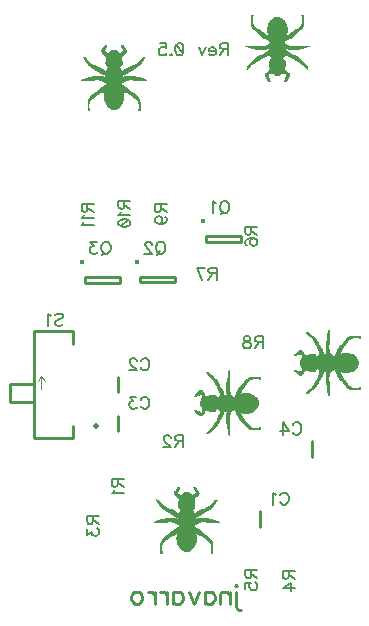
<source format=gbr>
G04 DipTrace 3.0.0.1*
G04 BottomSilk.gbr*
%MOIN*%
G04 #@! TF.FileFunction,Legend,Bot*
G04 #@! TF.Part,Single*
%ADD10C,0.01*%
%ADD12C,0.002992*%
%ADD28C,0.015404*%
%ADD30C,0.003937*%
%ADD31C,0.019697*%
%ADD94C,0.006176*%
%ADD95C,0.009264*%
%FSLAX26Y26*%
G04*
G70*
G90*
G75*
G01*
G04 BotSilk*
%LPD*%
X1154572Y763104D2*
D10*
Y711962D1*
X682000Y1210610D2*
Y1159469D1*
X681869Y1082002D2*
Y1030860D1*
X1329024Y945427D2*
Y996568D1*
D28*
X966264Y1730457D3*
X975465Y1680315D2*
D10*
X1093570D1*
Y1660630D1*
X975465D1*
Y1680315D1*
D28*
X745135Y1595549D3*
X754336Y1545407D2*
D10*
X872441D1*
Y1525722D1*
X754336D1*
Y1545407D1*
D28*
X562590Y1595155D3*
X571790Y1545013D2*
D10*
X689895D1*
Y1525328D1*
X571790D1*
Y1545013D1*
X401695Y1127023D2*
X322966D1*
Y1186089D1*
X401695D1*
Y1127023D1*
X426301Y1170357D2*
D30*
Y1213656D1*
X438138Y1197889D1*
X426301Y1213656D2*
X414495Y1197889D1*
D31*
X609389Y1046324D3*
X531624Y1048290D2*
D10*
Y1008924D1*
X405640D1*
X401695D2*
Y1363255D1*
X531624D1*
Y1319956D1*
X637215Y2317874D2*
D12*
X643199D1*
X691071D2*
X697055D1*
X635257Y2314882D2*
X642164D1*
X692207D2*
X699012D1*
X633261Y2311890D2*
X641168D1*
X693481D2*
X701008D1*
X631229Y2308898D2*
X640208D1*
X694777D2*
X703040D1*
X629364Y2305906D2*
X639084D1*
X695952D2*
X704906D1*
X627781Y2302914D2*
X637715D1*
X697071D2*
X706489D1*
X626696Y2299922D2*
X636069D1*
X661151D2*
X673119D1*
X698442D2*
X707573D1*
X626126Y2296930D2*
X634223D1*
X656569D2*
X677700D1*
X700047D2*
X708144D1*
X627029Y2293938D2*
X643199D1*
X652175D2*
X682095D1*
X691071D2*
X707240D1*
X629662Y2290946D2*
X704607D1*
X633167Y2287954D2*
X701102D1*
X636931Y2284962D2*
X697338D1*
X640337Y2281970D2*
X693932D1*
X565407Y2278978D2*
D3*
X641987D2*
X692282D1*
X768863D2*
D3*
X565983Y2275986D2*
X571391D1*
X642173D2*
X692096D1*
X764603D2*
X768863D1*
X567120Y2272994D2*
X573920D1*
X641764D2*
X692505D1*
X761136D2*
X767366D1*
X568729Y2270002D2*
X576182D1*
X641133D2*
X693136D1*
X758426D2*
X765617D1*
X570518Y2267010D2*
X578505D1*
X640665D2*
X693605D1*
X755997D2*
X763777D1*
X572533Y2264018D2*
X581366D1*
X640407D2*
X693862D1*
X753332D2*
X761756D1*
X574919Y2261026D2*
X584913D1*
X640287D2*
X693982D1*
X750089D2*
X759458D1*
X577602Y2258034D2*
X589032D1*
X640249D2*
X694021D1*
X746010D2*
X757049D1*
X580456Y2255042D2*
X593602D1*
X640358D2*
X693912D1*
X741191D2*
X754530D1*
X583392Y2252050D2*
X598464D1*
X640664D2*
X693605D1*
X736083D2*
X751645D1*
X586374Y2249058D2*
X603468D1*
X642162D2*
X692107D1*
X730929D2*
X748417D1*
X589487Y2246066D2*
X608905D1*
X645445D2*
X688824D1*
X725417D2*
X745060D1*
X593080Y2243074D2*
X615020D1*
X649183D2*
X685087D1*
X719270D2*
X741317D1*
X597655Y2240082D2*
X621476D1*
X646741D2*
X687529D1*
X712801D2*
X736667D1*
X603228Y2237090D2*
X627886D1*
X644799D2*
X689471D1*
X706386D2*
X731061D1*
X609005Y2234098D2*
X634223D1*
X643199D2*
X691071D1*
X700047D2*
X725272D1*
X614225Y2231106D2*
X720047D1*
X619106Y2228114D2*
X715164D1*
X624425Y2225122D2*
X709844D1*
X630091Y2222130D2*
X704179D1*
X634827Y2219138D2*
X699443D1*
X637938Y2216146D2*
X696331D1*
X601311Y2213154D2*
X631231D1*
X640207D2*
X694063D1*
X703039D2*
X732959D1*
X586110Y2210162D2*
X748159D1*
X573811Y2207170D2*
X760458D1*
X565564Y2204178D2*
X768705D1*
X559423Y2201186D2*
X601311D1*
X623831D2*
X710438D1*
X732959D2*
X774847D1*
X632419Y2198194D2*
X701850D1*
X638334Y2195202D2*
X695935D1*
X642542Y2192210D2*
X691727D1*
X644676Y2189218D2*
X689594D1*
X642676Y2186226D2*
X691593D1*
X638487Y2183234D2*
X695782D1*
X633497Y2180242D2*
X700772D1*
X628077Y2177250D2*
X706192D1*
X622774Y2174258D2*
X711495D1*
X618074Y2171266D2*
X716195D1*
X614097Y2168274D2*
X720172D1*
X610626Y2165282D2*
X723644D1*
X607414Y2162290D2*
X628364D1*
X637803D2*
X696467D1*
X705905D2*
X726855D1*
X604234Y2159298D2*
X622869D1*
X636053D2*
X698216D1*
X711400D2*
X730036D1*
X600829Y2156306D2*
X617995D1*
X635051D2*
X699218D1*
X716274D2*
X733440D1*
X597110Y2153314D2*
X613600D1*
X634565D2*
X699704D1*
X720669D2*
X737160D1*
X593358Y2150322D2*
X609298D1*
X634355D2*
X699915D1*
X724971D2*
X740911D1*
X589948Y2147330D2*
X604947D1*
X634283D2*
X699987D1*
X729322D2*
X744321D1*
X587072Y2144338D2*
X600633D1*
X634357D2*
X699913D1*
X733637D2*
X747198D1*
X584786Y2141346D2*
X596576D1*
X634727D2*
X699543D1*
X737693D2*
X749483D1*
X583007Y2138354D2*
X593029D1*
X635439D2*
X698830D1*
X741240D2*
X751263D1*
X581731Y2135362D2*
X590097D1*
X636217D2*
X698052D1*
X744173D2*
X752538D1*
X580991Y2132370D2*
X587790D1*
X636855D2*
X697414D1*
X746480D2*
X753278D1*
X580627Y2129378D2*
X586003D1*
X637619D2*
X696650D1*
X748267D2*
X753642D1*
X580468Y2126386D2*
X584724D1*
X638855D2*
X695414D1*
X749545D2*
X753801D1*
X580404Y2123394D2*
X583984D1*
X640508D2*
X693761D1*
X750286D2*
X753865D1*
X580380Y2120402D2*
X583619D1*
X642316D2*
X691954D1*
X750650D2*
X753889D1*
X580371Y2117410D2*
X583460D1*
X644361D2*
X689909D1*
X750809D2*
X753898D1*
X580368Y2114418D2*
X583408D1*
X646977D2*
X687292D1*
X750862D2*
X753901D1*
X580367Y2111426D2*
X583489D1*
X650585D2*
X683684D1*
X750781D2*
X753902D1*
X580367Y2108434D2*
X583864D1*
X655480D2*
X678789D1*
X750406D2*
X753903D1*
X580367Y2105442D2*
X584602D1*
X661151D2*
X673119D1*
X749667D2*
X753903D1*
X580367Y2102450D2*
X585492D1*
X748777D2*
X753903D1*
X580367Y2099458D2*
X586351D1*
X747919D2*
X753903D1*
X1050481Y1232376D2*
X1053473D1*
X1049100Y1229384D2*
X1053473D1*
X975681Y1226392D2*
X981665D1*
X1048240D2*
X1053473D1*
X977662Y1223400D2*
X985691D1*
X1047806D2*
X1053473D1*
X979868Y1220408D2*
X989667D1*
X1047613D2*
X1053473D1*
X982675Y1217416D2*
X993503D1*
X1047535D2*
X1053473D1*
X986090Y1214424D2*
X997123D1*
X1047493D2*
X1053473D1*
X989705Y1211432D2*
X1000298D1*
X1047378D2*
X1053473D1*
X1119297D2*
X1155201D1*
X993060Y1208440D2*
X1003099D1*
X1046993D2*
X1053473D1*
X1114935D2*
X1155201D1*
X995916Y1205448D2*
X1005855D1*
X1046275D2*
X1053473D1*
X1111189D2*
X1125869D1*
X1152209D2*
X1155201D1*
X998205Y1202456D2*
X1008599D1*
X1045495D2*
X1053473D1*
X1108144D2*
X1121139D1*
X1000087Y1199464D2*
X1011126D1*
X1044868D2*
X1053461D1*
X1105675D2*
X1117250D1*
X1001755Y1196472D2*
X1013253D1*
X1044210D2*
X1053356D1*
X1103373D2*
X1114153D1*
X1003328Y1193480D2*
X1014979D1*
X1043366D2*
X1052975D1*
X1100873D2*
X1111679D1*
X1004945Y1190488D2*
X1016335D1*
X1042546D2*
X1052258D1*
X1098148D2*
X1109476D1*
X1006736Y1187496D2*
X1017459D1*
X1042004D2*
X1051491D1*
X1095279D2*
X1107356D1*
X1008666Y1184504D2*
X1018653D1*
X1041720D2*
X1050969D1*
X1092350D2*
X1105347D1*
X1010488Y1181512D2*
X1020077D1*
X1041590D2*
X1050692D1*
X1089483D2*
X1103256D1*
X1012076Y1178520D2*
X1021865D1*
X1041537D2*
X1050576D1*
X1086891D2*
X1100943D1*
X1013376Y1175528D2*
X1024043D1*
X1041516D2*
X1050629D1*
X1084723D2*
X1098641D1*
X1014479Y1172536D2*
X1026290D1*
X1041509D2*
X1050990D1*
X1082892D2*
X1096605D1*
X1015654Y1169544D2*
X1028293D1*
X1041518D2*
X1051699D1*
X1081244D2*
X1094828D1*
X954737Y1166552D2*
X960721D1*
X1016969D2*
X1029957D1*
X1041622D2*
X1052476D1*
X1079690D2*
X1093210D1*
X949913Y1163560D2*
X963239D1*
X1018376D2*
X1031189D1*
X1042005D2*
X1053102D1*
X1078168D2*
X1091741D1*
X945437Y1160568D2*
X965374D1*
X1019802D2*
X1031915D1*
X1042747D2*
X1053784D1*
X1076666D2*
X1090474D1*
X941733Y1157576D2*
X967122D1*
X1020954D2*
X1032292D1*
X1043638D2*
X1054856D1*
X1075174D2*
X1089377D1*
X1095361D2*
X1116305D1*
X938815Y1154584D2*
X955287D1*
X960835D2*
X968522D1*
X1021679D2*
X1032529D1*
X1044497D2*
X1056608D1*
X1073757D2*
X1123903D1*
X937670Y1151592D2*
X947361D1*
X961207D2*
X969697D1*
X984657D2*
X1005601D1*
X1020381D2*
X1059241D1*
X1072511D2*
X1130214D1*
X936785Y1148600D2*
X939777D1*
X961807D2*
X1007190D1*
X1017571D2*
X1062449D1*
X1071425D2*
X1135274D1*
X962370Y1145608D2*
X1008593D1*
X1014577D2*
X1139252D1*
X961571Y1142616D2*
X1142269D1*
X960206Y1139624D2*
X1144368D1*
X958650Y1136632D2*
X1145844D1*
X957183Y1133640D2*
X1147080D1*
X956031Y1130648D2*
X1148069D1*
X955348Y1127656D2*
X1148667D1*
X955106Y1124664D2*
X1148872D1*
X955345Y1121672D2*
X1148629D1*
X956117Y1118680D2*
X1147957D1*
X957347Y1115688D2*
X1147095D1*
X958946Y1112696D2*
X1146082D1*
X960599Y1109704D2*
X1144581D1*
X961968Y1106712D2*
X1142368D1*
X961851Y1103720D2*
X1008043D1*
X1014902D2*
X1139396D1*
X936785Y1100728D2*
X939777D1*
X961439D2*
X1006993D1*
X1018030D2*
X1063511D1*
X1071899D2*
X1135535D1*
X937487Y1097736D2*
X947350D1*
X961050D2*
X969223D1*
X984657D2*
X1005601D1*
X1020696D2*
X1059628D1*
X1072746D2*
X1130458D1*
X938705Y1094744D2*
X954737D1*
X960721D2*
X968364D1*
X1021332D2*
X1032517D1*
X1044034D2*
X1056907D1*
X1073914D2*
X1123860D1*
X941841Y1091752D2*
X967092D1*
X1020615D2*
X1032412D1*
X1043293D2*
X1055156D1*
X1075259D2*
X1089851D1*
X1095361D2*
X1116305D1*
X945662Y1088760D2*
X965361D1*
X1019528D2*
X1032019D1*
X1042518D2*
X1054108D1*
X1076698D2*
X1090698D1*
X950046Y1085768D2*
X963154D1*
X1018218D2*
X1031186D1*
X1041994D2*
X1053282D1*
X1078168D2*
X1091866D1*
X954737Y1082776D2*
X960721D1*
X1016888D2*
X1029920D1*
X1041716D2*
X1052376D1*
X1079658D2*
X1093223D1*
X1015703Y1079784D2*
X1028195D1*
X1041589D2*
X1051534D1*
X1081161D2*
X1094766D1*
X1014647Y1076792D2*
X1026041D1*
X1041536D2*
X1050984D1*
X1082763D2*
X1096618D1*
X1013479Y1073800D2*
X1023803D1*
X1041516D2*
X1050697D1*
X1084650D2*
X1098825D1*
X1012076Y1070808D2*
X1021803D1*
X1041509D2*
X1050578D1*
X1086970D2*
X1101095D1*
X1010384Y1067816D2*
X1020129D1*
X1041518D2*
X1050630D1*
X1089623D2*
X1103207D1*
X1008495Y1064824D2*
X1018792D1*
X1041622D2*
X1050990D1*
X1092465D2*
X1105266D1*
X1006678Y1061832D2*
X1017675D1*
X1042003D2*
X1051700D1*
X1095385D2*
X1107332D1*
X1004989Y1058840D2*
X1016483D1*
X1042720D2*
X1052464D1*
X1098249D2*
X1109321D1*
X1003310Y1055848D2*
X1015061D1*
X1043498D2*
X1052985D1*
X1100851D2*
X1111428D1*
X1001492Y1052856D2*
X1013261D1*
X1044125D2*
X1053262D1*
X1103124D2*
X1113959D1*
X999538Y1049864D2*
X1010977D1*
X1044784D2*
X1053389D1*
X1105359D2*
X1117114D1*
X997584Y1046872D2*
X1008338D1*
X1045628D2*
X1053441D1*
X1107943D2*
X1120990D1*
X995402Y1043880D2*
X1005501D1*
X1046447D2*
X1053462D1*
X1111119D2*
X1125281D1*
X1152209D2*
X1155201D1*
X992611Y1040888D2*
X1002572D1*
X1046989D2*
X1053469D1*
X1115002D2*
X1155201D1*
X989214Y1037896D2*
X999592D1*
X1047274D2*
X1053472D1*
X1119297D2*
X1155201D1*
X985696Y1034904D2*
X996504D1*
X1047404D2*
X1053472D1*
X982621Y1031912D2*
X993131D1*
X1047457D2*
X1053473D1*
X980114Y1028920D2*
X989398D1*
X1047489D2*
X1053473D1*
X977888Y1025928D2*
X985516D1*
X1047611D2*
X1053473D1*
X975681Y1022936D2*
X981665D1*
X1048076D2*
X1053473D1*
X1049099Y1019944D2*
X1053473D1*
X1050481Y1016952D2*
X1053473D1*
X1125117Y2417087D2*
X1131101D1*
X1292669D2*
X1298653D1*
X1125117Y2414095D2*
X1130078D1*
X1293692D2*
X1298653D1*
X1125117Y2411103D2*
X1129188D1*
X1205901D2*
X1217869D1*
X1294583D2*
X1298653D1*
X1125117Y2408111D2*
X1128621D1*
X1200159D2*
X1223612D1*
X1295150D2*
X1298653D1*
X1125117Y2405119D2*
X1128328D1*
X1195553D2*
X1228217D1*
X1295443D2*
X1298653D1*
X1125117Y2402127D2*
X1128196D1*
X1192073D2*
X1231698D1*
X1295575D2*
X1298653D1*
X1125117Y2399135D2*
X1128153D1*
X1189423D2*
X1234347D1*
X1295617D2*
X1298653D1*
X1125117Y2396143D2*
X1128238D1*
X1187159D2*
X1236611D1*
X1295533D2*
X1298653D1*
X1125117Y2393151D2*
X1128623D1*
X1185128D2*
X1238642D1*
X1295148D2*
X1298653D1*
X1125129Y2390159D2*
X1129454D1*
X1183595D2*
X1240175D1*
X1294317D2*
X1298642D1*
X1125234Y2387167D2*
X1130718D1*
X1182600D2*
X1241171D1*
X1293052D2*
X1298536D1*
X1125627Y2384175D2*
X1132466D1*
X1181780D2*
X1241991D1*
X1291304D2*
X1298143D1*
X1126461Y2381183D2*
X1134831D1*
X1180872D2*
X1242899D1*
X1288940D2*
X1297310D1*
X1127726Y2378191D2*
X1137854D1*
X1180028D2*
X1243743D1*
X1285916D2*
X1296045D1*
X1129474Y2375199D2*
X1141510D1*
X1179477D2*
X1244293D1*
X1282261D2*
X1294296D1*
X1131839Y2372207D2*
X1145587D1*
X1179189D2*
X1244581D1*
X1278184D2*
X1291932D1*
X1134851Y2369215D2*
X1149805D1*
X1179059D2*
X1244712D1*
X1273966D2*
X1288920D1*
X1138401Y2366223D2*
X1153949D1*
X1179017D2*
X1244754D1*
X1269821D2*
X1285370D1*
X1142096Y2363231D2*
X1158085D1*
X1179110D2*
X1244660D1*
X1265686D2*
X1281674D1*
X1145586Y2360239D2*
X1162610D1*
X1179565D2*
X1244205D1*
X1261160D2*
X1278184D1*
X1148847Y2357247D2*
X1167668D1*
X1180585D2*
X1243185D1*
X1256102D2*
X1274924D1*
X1151975Y2354255D2*
X1172989D1*
X1181965D2*
X1241805D1*
X1250781D2*
X1271796D1*
X1155135Y2351263D2*
X1268636D1*
X1158645Y2348271D2*
X1265126D1*
X1162859Y2345279D2*
X1260912D1*
X1167835Y2342287D2*
X1255935D1*
X1173309Y2339295D2*
X1250462D1*
X1178837Y2336303D2*
X1244934D1*
X1183635Y2333311D2*
X1240135D1*
X1187467Y2330319D2*
X1236304D1*
X1189096Y2327327D2*
X1234675D1*
X1187673Y2324335D2*
X1236097D1*
X1183584Y2321343D2*
X1240187D1*
X1177409Y2318351D2*
X1246362D1*
X1104173Y2315359D2*
X1146061D1*
X1169997D2*
X1253773D1*
X1277709D2*
X1319597D1*
X1109869Y2312367D2*
X1313902D1*
X1119528Y2309375D2*
X1304242D1*
X1132318Y2306383D2*
X1291453D1*
X1146061Y2303391D2*
X1175981D1*
X1184770D2*
X1239000D1*
X1247789D2*
X1277709D1*
X1183415Y2300399D2*
X1240356D1*
X1179147Y2297407D2*
X1244623D1*
X1174005Y2294415D2*
X1249765D1*
X1169008Y2291423D2*
X1254763D1*
X1164261Y2288431D2*
X1259510D1*
X1159108Y2285439D2*
X1264663D1*
X1153281Y2282447D2*
X1178859D1*
X1188537D2*
X1235234D1*
X1244911D2*
X1270490D1*
X1147414Y2279455D2*
X1172504D1*
X1189768D2*
X1234002D1*
X1251267D2*
X1276356D1*
X1142284Y2276463D2*
X1165908D1*
X1191690D2*
X1232081D1*
X1257863D2*
X1281475D1*
X1137981Y2273471D2*
X1159538D1*
X1193933D2*
X1229837D1*
X1264233D2*
X1285684D1*
X1134124Y2270479D2*
X1153748D1*
X1190148D2*
X1233622D1*
X1270011D2*
X1289265D1*
X1130543Y2267487D2*
X1148266D1*
X1187103D2*
X1236668D1*
X1275400D2*
X1292511D1*
X1127400Y2264495D2*
X1142794D1*
X1185993D2*
X1237778D1*
X1280596D2*
X1295603D1*
X1124627Y2261503D2*
X1137533D1*
X1185396D2*
X1238375D1*
X1285521D2*
X1298621D1*
X1121972Y2258511D2*
X1132882D1*
X1185128D2*
X1238642D1*
X1290122D2*
X1301522D1*
X1119507Y2255519D2*
X1129030D1*
X1185032D2*
X1238739D1*
X1294219D2*
X1304137D1*
X1117316Y2252527D2*
X1125949D1*
X1185096D2*
X1238674D1*
X1297544D2*
X1306402D1*
X1115240Y2249535D2*
X1123457D1*
X1185463D2*
X1238308D1*
X1300186D2*
X1308511D1*
X1113280Y2246543D2*
X1121037D1*
X1186175D2*
X1237596D1*
X1302681D2*
X1310483D1*
X1111775Y2243551D2*
X1118076D1*
X1186917D2*
X1236854D1*
X1305675D2*
X1311993D1*
X1110830Y2240559D2*
X1114343D1*
X1187460D2*
X1236311D1*
X1309421D2*
X1312940D1*
X1110157Y2237567D2*
D3*
X1186980D2*
X1236790D1*
X1313613D2*
D3*
X1184432Y2234575D2*
X1239339D1*
X1180940Y2231583D2*
X1242831D1*
X1177261Y2228591D2*
X1246509D1*
X1174193Y2225599D2*
X1249578D1*
X1171782Y2222607D2*
X1187949D1*
X1197475D2*
X1226295D1*
X1235821D2*
X1251989D1*
X1171049Y2219615D2*
X1178973D1*
X1201517D2*
X1222253D1*
X1244797D2*
X1252721D1*
X1171624Y2216623D2*
X1180468D1*
X1205901D2*
X1217869D1*
X1242954D2*
X1252147D1*
X1172716Y2213631D2*
X1181723D1*
X1241341D2*
X1251055D1*
X1174273Y2210639D2*
X1182980D1*
X1240026D2*
X1249498D1*
X1176118Y2207647D2*
X1184324D1*
X1238926D2*
X1247652D1*
X1177996Y2204655D2*
X1185668D1*
X1237827D2*
X1245775D1*
X1179929Y2201663D2*
X1186882D1*
X1236774D2*
X1243842D1*
X1181965Y2198671D2*
X1187949D1*
X1235821D2*
X1241805D1*
X1382896Y1366759D2*
X1385888D1*
X1381514Y1363767D2*
X1385888D1*
X1308096Y1360775D2*
X1314080D1*
X1380655D2*
X1385888D1*
X1310076Y1357783D2*
X1318106D1*
X1380220D2*
X1385888D1*
X1312283Y1354791D2*
X1322082D1*
X1380027D2*
X1385888D1*
X1315089Y1351799D2*
X1325917D1*
X1379949D2*
X1385888D1*
X1318505Y1348807D2*
X1329538D1*
X1379908D2*
X1385888D1*
X1322120Y1345815D2*
X1332712D1*
X1379792D2*
X1385888D1*
X1451712D2*
X1487616D1*
X1325475Y1342823D2*
X1335513D1*
X1379407D2*
X1385888D1*
X1447350D2*
X1487616D1*
X1328330Y1339831D2*
X1338270D1*
X1378689D2*
X1385888D1*
X1443604D2*
X1458284D1*
X1484624D2*
X1487616D1*
X1330620Y1336839D2*
X1341014D1*
X1377910D2*
X1385888D1*
X1440558D2*
X1453553D1*
X1332502Y1333847D2*
X1343541D1*
X1377283D2*
X1385876D1*
X1438090D2*
X1449665D1*
X1334169Y1330855D2*
X1345668D1*
X1376624D2*
X1385771D1*
X1435787D2*
X1446568D1*
X1335743Y1327863D2*
X1347394D1*
X1375781D2*
X1385389D1*
X1433287D2*
X1444094D1*
X1337360Y1324871D2*
X1348750D1*
X1374961D2*
X1384673D1*
X1430562D2*
X1441891D1*
X1339151Y1321879D2*
X1349874D1*
X1374419D2*
X1383906D1*
X1427693D2*
X1439770D1*
X1341081Y1318887D2*
X1351068D1*
X1374134D2*
X1383384D1*
X1424764D2*
X1437761D1*
X1342902Y1315895D2*
X1352491D1*
X1374005D2*
X1383106D1*
X1421897D2*
X1435671D1*
X1344491Y1312903D2*
X1354280D1*
X1373951D2*
X1382991D1*
X1419306D2*
X1433357D1*
X1345791Y1309911D2*
X1356458D1*
X1373931D2*
X1383044D1*
X1417138D2*
X1431056D1*
X1346893Y1306919D2*
X1358704D1*
X1373923D2*
X1383405D1*
X1415307D2*
X1429019D1*
X1348068Y1303927D2*
X1360708D1*
X1373933D2*
X1384114D1*
X1413659D2*
X1427243D1*
X1287152Y1300935D2*
X1293136D1*
X1349384D2*
X1362372D1*
X1374037D2*
X1384890D1*
X1412104D2*
X1425625D1*
X1282328Y1297943D2*
X1295653D1*
X1350790D2*
X1363603D1*
X1374420D2*
X1385517D1*
X1410583D2*
X1424155D1*
X1277852Y1294951D2*
X1297789D1*
X1352216D2*
X1364330D1*
X1375162D2*
X1386198D1*
X1409081D2*
X1422888D1*
X1274147Y1291959D2*
X1299537D1*
X1353368D2*
X1364706D1*
X1376052D2*
X1387270D1*
X1407589D2*
X1421792D1*
X1427776D2*
X1448720D1*
X1271229Y1288967D2*
X1287702D1*
X1293250D2*
X1300936D1*
X1354093D2*
X1364944D1*
X1376912D2*
X1389022D1*
X1406172D2*
X1456317D1*
X1270085Y1285975D2*
X1279775D1*
X1293621D2*
X1302112D1*
X1317072D2*
X1338016D1*
X1352795D2*
X1391656D1*
X1404926D2*
X1462629D1*
X1269200Y1282983D2*
X1272192D1*
X1294222D2*
X1339605D1*
X1349985D2*
X1394864D1*
X1403840D2*
X1467689D1*
X1294785Y1279991D2*
X1341008D1*
X1346992D2*
X1471666D1*
X1293985Y1276999D2*
X1474684D1*
X1292621Y1274007D2*
X1476782D1*
X1291064Y1271015D2*
X1478258D1*
X1289598Y1268023D2*
X1479494D1*
X1288445Y1265031D2*
X1480483D1*
X1287763Y1262039D2*
X1481081D1*
X1287521Y1259047D2*
X1481286D1*
X1287760Y1256055D2*
X1481044D1*
X1288531Y1253063D2*
X1480372D1*
X1289761Y1250071D2*
X1479509D1*
X1291361Y1247079D2*
X1478497D1*
X1293014Y1244087D2*
X1476996D1*
X1294382Y1241095D2*
X1474783D1*
X1294266Y1238103D2*
X1340458D1*
X1347317D2*
X1471810D1*
X1269200Y1235111D2*
X1272192D1*
X1293853D2*
X1339408D1*
X1350445D2*
X1395926D1*
X1404314D2*
X1467950D1*
X1269902Y1232119D2*
X1279765D1*
X1293464D2*
X1301637D1*
X1317072D2*
X1338016D1*
X1353111D2*
X1392042D1*
X1405161D2*
X1462873D1*
X1271119Y1229127D2*
X1287152D1*
X1293136D2*
X1300779D1*
X1353747D2*
X1364932D1*
X1376449D2*
X1389321D1*
X1406328D2*
X1456275D1*
X1274256Y1226135D2*
X1299507D1*
X1353029D2*
X1364827D1*
X1375707D2*
X1387570D1*
X1407674D2*
X1422266D1*
X1427776D2*
X1448720D1*
X1278077Y1223143D2*
X1297776D1*
X1351943D2*
X1364434D1*
X1374933D2*
X1386523D1*
X1409112D2*
X1423113D1*
X1282461Y1220151D2*
X1295569D1*
X1350633D2*
X1363600D1*
X1374409D2*
X1385697D1*
X1410583D2*
X1424280D1*
X1287152Y1217159D2*
X1293136D1*
X1349303D2*
X1362335D1*
X1374131D2*
X1384791D1*
X1412073D2*
X1425638D1*
X1348118Y1214167D2*
X1360610D1*
X1374004D2*
X1383949D1*
X1413575D2*
X1427181D1*
X1347062Y1211175D2*
X1358456D1*
X1373951D2*
X1383399D1*
X1415178D2*
X1429033D1*
X1345893Y1208183D2*
X1356218D1*
X1373931D2*
X1383111D1*
X1417064D2*
X1431240D1*
X1344491Y1205191D2*
X1354218D1*
X1373923D2*
X1382993D1*
X1419384D2*
X1433509D1*
X1342799Y1202199D2*
X1352543D1*
X1373933D2*
X1383044D1*
X1422038D2*
X1435622D1*
X1340909Y1199207D2*
X1351207D1*
X1374037D2*
X1383405D1*
X1424880D2*
X1437681D1*
X1339092Y1196215D2*
X1350090D1*
X1374418D2*
X1384114D1*
X1427800D2*
X1439746D1*
X1337404Y1193223D2*
X1348898D1*
X1375134D2*
X1384879D1*
X1430663D2*
X1441736D1*
X1335725Y1190231D2*
X1347475D1*
X1375913D2*
X1385400D1*
X1433266D2*
X1443843D1*
X1333907Y1187239D2*
X1345675D1*
X1376540D2*
X1385677D1*
X1435538D2*
X1446373D1*
X1331953Y1184247D2*
X1343392D1*
X1377199D2*
X1385804D1*
X1437774D2*
X1449529D1*
X1329999Y1181255D2*
X1340753D1*
X1378042D2*
X1385856D1*
X1440358D2*
X1453404D1*
X1327817Y1178263D2*
X1337916D1*
X1378862D2*
X1385876D1*
X1443534D2*
X1457696D1*
X1484624D2*
X1487616D1*
X1325026Y1175271D2*
X1334987D1*
X1379404D2*
X1385884D1*
X1447417D2*
X1487616D1*
X1321629Y1172279D2*
X1332007D1*
X1379689D2*
X1385886D1*
X1451712D2*
X1487616D1*
X1318110Y1169287D2*
X1328918D1*
X1379818D2*
X1385887D1*
X1315035Y1166295D2*
X1325546D1*
X1379872D2*
X1385887D1*
X1312528Y1163303D2*
X1321813D1*
X1379904D2*
X1385888D1*
X1310303Y1160311D2*
X1317931D1*
X1380025D2*
X1385888D1*
X1308096Y1157319D2*
X1314080D1*
X1380490D2*
X1385888D1*
X1381514Y1154327D2*
X1385888D1*
X1382896Y1151335D2*
X1385888D1*
X879734Y843990D2*
X885718D1*
X933590D2*
X939574D1*
X877777Y840998D2*
X884684D1*
X934727D2*
X941532D1*
X875781Y838006D2*
X883688D1*
X936001D2*
X943528D1*
X873749Y835014D2*
X882728D1*
X937297D2*
X945560D1*
X871883Y832022D2*
X881604D1*
X938472D2*
X947425D1*
X870300Y829030D2*
X880234D1*
X939590D2*
X949008D1*
X869216Y826038D2*
X878589D1*
X903670D2*
X915638D1*
X940962D2*
X950093D1*
X868645Y823046D2*
X876742D1*
X899089D2*
X920220D1*
X942566D2*
X950663D1*
X869549Y820054D2*
X885718D1*
X894694D2*
X924614D1*
X933590D2*
X949760D1*
X872182Y817062D2*
X947127D1*
X875687Y814070D2*
X943622D1*
X879451Y811078D2*
X939858D1*
X882857Y808086D2*
X936452D1*
X807926Y805094D2*
D3*
X884507D2*
X934802D1*
X1011382D2*
D3*
X808503Y802102D2*
X813910D1*
X884693D2*
X934616D1*
X1007123D2*
X1011382D1*
X809640Y799110D2*
X816440D1*
X884284D2*
X935025D1*
X1003655D2*
X1009885D1*
X811248Y796118D2*
X818702D1*
X883653D2*
X935656D1*
X1000946D2*
X1008136D1*
X813038Y793126D2*
X821024D1*
X883184D2*
X936124D1*
X998516D2*
X1006296D1*
X815053Y790134D2*
X823885D1*
X882927D2*
X936382D1*
X995851D2*
X1004276D1*
X817439Y787142D2*
X827433D1*
X882807D2*
X936502D1*
X992609D2*
X1001977D1*
X820122Y784150D2*
X831551D1*
X882768D2*
X936540D1*
X988530D2*
X999569D1*
X822976Y781158D2*
X836122D1*
X882877D2*
X936431D1*
X983710D2*
X997050D1*
X825912Y778166D2*
X840984D1*
X883184D2*
X936125D1*
X978603D2*
X994164D1*
X828894Y775174D2*
X845988D1*
X884682D2*
X934627D1*
X973448D2*
X990937D1*
X832007Y772182D2*
X851425D1*
X887965D2*
X931344D1*
X967936D2*
X987579D1*
X835599Y769190D2*
X857540D1*
X891702D2*
X927606D1*
X961789D2*
X983836D1*
X840175Y766198D2*
X863996D1*
X889260D2*
X930048D1*
X955320D2*
X979186D1*
X845748Y763206D2*
X870406D1*
X887318D2*
X931990D1*
X948905D2*
X973581D1*
X851524Y760214D2*
X876742D1*
X885718D2*
X933590D1*
X942566D2*
X967792D1*
X856745Y757222D2*
X962566D1*
X861626Y754230D2*
X957684D1*
X866945Y751238D2*
X952364D1*
X872610Y748246D2*
X946698D1*
X877346Y745254D2*
X941962D1*
X880458Y742262D2*
X938851D1*
X843830Y739270D2*
X873750D1*
X882726D2*
X936582D1*
X945558D2*
X975478D1*
X828630Y736278D2*
X990679D1*
X816331Y733286D2*
X1002978D1*
X808084Y730294D2*
X1011225D1*
X801942Y727302D2*
X843830D1*
X866351D2*
X952958D1*
X975478D2*
X1017366D1*
X874939Y724310D2*
X944370D1*
X880854Y721318D2*
X938455D1*
X885062Y718326D2*
X934247D1*
X887195Y715334D2*
X932113D1*
X885196Y712342D2*
X934113D1*
X881007Y709350D2*
X938302D1*
X876017Y706358D2*
X943292D1*
X870597Y703366D2*
X948712D1*
X865294Y700374D2*
X954015D1*
X860594Y697382D2*
X958715D1*
X856617Y694390D2*
X962692D1*
X853145Y691398D2*
X966163D1*
X849934Y688406D2*
X870884D1*
X880322D2*
X938986D1*
X948425D2*
X969375D1*
X846753Y685414D2*
X865389D1*
X878573D2*
X940736D1*
X953920D2*
X972555D1*
X843349Y682422D2*
X860515D1*
X877571D2*
X941738D1*
X958794D2*
X975960D1*
X839629Y679430D2*
X856120D1*
X877085D2*
X942224D1*
X963189D2*
X979679D1*
X835878Y676438D2*
X851818D1*
X876874D2*
X942434D1*
X967491D2*
X983431D1*
X832468Y673446D2*
X847467D1*
X876802D2*
X942506D1*
X971842D2*
X986841D1*
X829591Y670454D2*
X843152D1*
X876876D2*
X942432D1*
X976156D2*
X989717D1*
X827306Y667462D2*
X839096D1*
X877246D2*
X942062D1*
X980213D2*
X992003D1*
X825526Y664470D2*
X835549D1*
X877959D2*
X941350D1*
X983760D2*
X993782D1*
X824251Y661478D2*
X832616D1*
X878737D2*
X940572D1*
X986692D2*
X995058D1*
X823511Y658486D2*
X830309D1*
X879375D2*
X939934D1*
X988999D2*
X995798D1*
X823147Y655494D2*
X828522D1*
X880139D2*
X939170D1*
X990786D2*
X996162D1*
X822988Y652502D2*
X827244D1*
X881375D2*
X937934D1*
X992065D2*
X996321D1*
X822924Y649510D2*
X826503D1*
X883028D2*
X936281D1*
X992805D2*
X996385D1*
X822900Y646518D2*
X826139D1*
X884835D2*
X934473D1*
X993170D2*
X996409D1*
X822891Y643526D2*
X825980D1*
X886880D2*
X932428D1*
X993329D2*
X996418D1*
X822888Y640534D2*
X825927D1*
X889497D2*
X929812D1*
X993381D2*
X996421D1*
X822887Y637542D2*
X826008D1*
X893105D2*
X926204D1*
X993300D2*
X996422D1*
X822886Y634550D2*
X826383D1*
X898000D2*
X921309D1*
X992925D2*
X996422D1*
X822886Y631558D2*
X827122D1*
X903670D2*
X915638D1*
X992187D2*
X996422D1*
X822886Y628566D2*
X828012D1*
X991297D2*
X996422D1*
X822886Y625574D2*
X828870D1*
X990438D2*
X996422D1*
X637215Y2317874D2*
X635257Y2314882D1*
X633261Y2311890D1*
X631229Y2308898D1*
X629364Y2305906D1*
X627781Y2302914D1*
X626696Y2299922D1*
X626126Y2296930D1*
X627029Y2293938D1*
X629662Y2290946D1*
X633167Y2287954D1*
X636931Y2284962D1*
X640337Y2281970D1*
X641987Y2278978D1*
X642173Y2275986D1*
X641764Y2272994D1*
X641133Y2270002D1*
X640665Y2267010D1*
X640407Y2264018D1*
X640287Y2261026D1*
X640249Y2258034D1*
X640358Y2255042D1*
X640664Y2252050D1*
X642162Y2249058D1*
X645445Y2246066D1*
X649183Y2243074D1*
X646741Y2240082D1*
X644799Y2237090D1*
X643199Y2234098D1*
Y2317874D2*
X642164Y2314882D1*
X641168Y2311890D1*
X640208Y2308898D1*
X639084Y2305906D1*
X637715Y2302914D1*
X636069Y2299922D1*
X634223Y2296930D1*
X643199Y2293938D1*
X691071Y2317874D2*
X692207Y2314882D1*
X693481Y2311890D1*
X694777Y2308898D1*
X695952Y2305906D1*
X697071Y2302914D1*
X698442Y2299922D1*
X700047Y2296930D1*
X691071Y2293938D1*
X697055Y2317874D2*
X699012Y2314882D1*
X701008Y2311890D1*
X703040Y2308898D1*
X704906Y2305906D1*
X706489Y2302914D1*
X707573Y2299922D1*
X708144Y2296930D1*
X707240Y2293938D1*
X704607Y2290946D1*
X701102Y2287954D1*
X697338Y2284962D1*
X693932Y2281970D1*
X692282Y2278978D1*
X692096Y2275986D1*
X692505Y2272994D1*
X693136Y2270002D1*
X693605Y2267010D1*
X693862Y2264018D1*
X693982Y2261026D1*
X694021Y2258034D1*
X693912Y2255042D1*
X693605Y2252050D1*
X692107Y2249058D1*
X688824Y2246066D1*
X685087Y2243074D1*
X687529Y2240082D1*
X689471Y2237090D1*
X691071Y2234098D1*
X661151Y2299922D2*
X656569Y2296930D1*
X652175Y2293938D1*
X673119Y2299922D2*
X677700Y2296930D1*
X682095Y2293938D1*
X565407Y2278978D2*
X565983Y2275986D1*
X567120Y2272994D1*
X568729Y2270002D1*
X570518Y2267010D1*
X572533Y2264018D1*
X574919Y2261026D1*
X577602Y2258034D1*
X580456Y2255042D1*
X583392Y2252050D1*
X586374Y2249058D1*
X589487Y2246066D1*
X593080Y2243074D1*
X597655Y2240082D1*
X603228Y2237090D1*
X609005Y2234098D1*
X614225Y2231106D1*
X619106Y2228114D1*
X624425Y2225122D1*
X630091Y2222130D1*
X634827Y2219138D1*
X637938Y2216146D1*
X640207Y2213154D1*
X768863Y2278978D2*
X764603Y2275986D1*
X761136Y2272994D1*
X758426Y2270002D1*
X755997Y2267010D1*
X753332Y2264018D1*
X750089Y2261026D1*
X746010Y2258034D1*
X741191Y2255042D1*
X736083Y2252050D1*
X730929Y2249058D1*
X725417Y2246066D1*
X719270Y2243074D1*
X712801Y2240082D1*
X706386Y2237090D1*
X700047Y2234098D1*
X571391Y2275986D2*
X573920Y2272994D1*
X576182Y2270002D1*
X578505Y2267010D1*
X581366Y2264018D1*
X584913Y2261026D1*
X589032Y2258034D1*
X593602Y2255042D1*
X598464Y2252050D1*
X603468Y2249058D1*
X608905Y2246066D1*
X615020Y2243074D1*
X621476Y2240082D1*
X627886Y2237090D1*
X634223Y2234098D1*
X768863Y2275986D2*
X767366Y2272994D1*
X765617Y2270002D1*
X763777Y2267010D1*
X761756Y2264018D1*
X759458Y2261026D1*
X757049Y2258034D1*
X754530Y2255042D1*
X751645Y2252050D1*
X748417Y2249058D1*
X745060Y2246066D1*
X741317Y2243074D1*
X736667Y2240082D1*
X731061Y2237090D1*
X725272Y2234098D1*
X720047Y2231106D1*
X715164Y2228114D1*
X709844Y2225122D1*
X704179Y2222130D1*
X699443Y2219138D1*
X696331Y2216146D1*
X694063Y2213154D1*
X601311D2*
X586110Y2210162D1*
X573811Y2207170D1*
X565564Y2204178D1*
X559423Y2201186D1*
X631231Y2213154D2*
X703039D2*
X732959D2*
X748159Y2210162D1*
X760458Y2207170D1*
X768705Y2204178D1*
X774847Y2201186D1*
X604303Y2204178D2*
X601311Y2201186D1*
X613279Y2204178D2*
X623831Y2201186D1*
X632419Y2198194D1*
X638334Y2195202D1*
X642542Y2192210D1*
X644676Y2189218D1*
X642676Y2186226D1*
X638487Y2183234D1*
X633497Y2180242D1*
X628077Y2177250D1*
X622774Y2174258D1*
X618074Y2171266D1*
X614097Y2168274D1*
X610626Y2165282D1*
X607414Y2162290D1*
X604234Y2159298D1*
X600829Y2156306D1*
X597110Y2153314D1*
X593358Y2150322D1*
X589948Y2147330D1*
X587072Y2144338D1*
X584786Y2141346D1*
X583007Y2138354D1*
X581731Y2135362D1*
X580991Y2132370D1*
X580627Y2129378D1*
X580468Y2126386D1*
X580404Y2123394D1*
X580380Y2120402D1*
X580371Y2117410D1*
X580368Y2114418D1*
X580367Y2111426D1*
Y2108434D1*
Y2105442D1*
Y2102450D1*
Y2099458D1*
X720991Y2204178D2*
X710438Y2201186D1*
X701850Y2198194D1*
X695935Y2195202D1*
X691727Y2192210D1*
X689594Y2189218D1*
X691593Y2186226D1*
X695782Y2183234D1*
X700772Y2180242D1*
X706192Y2177250D1*
X711495Y2174258D1*
X716195Y2171266D1*
X720172Y2168274D1*
X723644Y2165282D1*
X726855Y2162290D1*
X730036Y2159298D1*
X733440Y2156306D1*
X737160Y2153314D1*
X740911Y2150322D1*
X744321Y2147330D1*
X747198Y2144338D1*
X749483Y2141346D1*
X751263Y2138354D1*
X752538Y2135362D1*
X753278Y2132370D1*
X753642Y2129378D1*
X753801Y2126386D1*
X753865Y2123394D1*
X753889Y2120402D1*
X753898Y2117410D1*
X753901Y2114418D1*
X753902Y2111426D1*
X753903Y2108434D1*
Y2105442D1*
Y2102450D1*
Y2099458D1*
X729967Y2204178D2*
X732959Y2201186D1*
X634223Y2165282D2*
X628364Y2162290D1*
X622869Y2159298D1*
X617995Y2156306D1*
X613600Y2153314D1*
X609298Y2150322D1*
X604947Y2147330D1*
X600633Y2144338D1*
X596576Y2141346D1*
X593029Y2138354D1*
X590097Y2135362D1*
X587790Y2132370D1*
X586003Y2129378D1*
X584724Y2126386D1*
X583984Y2123394D1*
X583619Y2120402D1*
X583460Y2117410D1*
X583408Y2114418D1*
X583489Y2111426D1*
X583864Y2108434D1*
X584602Y2105442D1*
X585492Y2102450D1*
X586351Y2099458D1*
X640207Y2165282D2*
X637803Y2162290D1*
X636053Y2159298D1*
X635051Y2156306D1*
X634565Y2153314D1*
X634355Y2150322D1*
X634283Y2147330D1*
X634357Y2144338D1*
X634727Y2141346D1*
X635439Y2138354D1*
X636217Y2135362D1*
X636855Y2132370D1*
X637619Y2129378D1*
X638855Y2126386D1*
X640508Y2123394D1*
X642316Y2120402D1*
X644361Y2117410D1*
X646977Y2114418D1*
X650585Y2111426D1*
X655480Y2108434D1*
X661151Y2105442D1*
X694063Y2165282D2*
X696467Y2162290D1*
X698216Y2159298D1*
X699218Y2156306D1*
X699704Y2153314D1*
X699915Y2150322D1*
X699987Y2147330D1*
X699913Y2144338D1*
X699543Y2141346D1*
X698830Y2138354D1*
X698052Y2135362D1*
X697414Y2132370D1*
X696650Y2129378D1*
X695414Y2126386D1*
X693761Y2123394D1*
X691954Y2120402D1*
X689909Y2117410D1*
X687292Y2114418D1*
X683684Y2111426D1*
X678789Y2108434D1*
X673119Y2105442D1*
X700047Y2165282D2*
X705905Y2162290D1*
X711400Y2159298D1*
X716274Y2156306D1*
X720669Y2153314D1*
X724971Y2150322D1*
X729322Y2147330D1*
X733637Y2144338D1*
X737693Y2141346D1*
X741240Y2138354D1*
X744173Y2135362D1*
X746480Y2132370D1*
X748267Y2129378D1*
X749545Y2126386D1*
X750286Y2123394D1*
X750650Y2120402D1*
X750809Y2117410D1*
X750862Y2114418D1*
X750781Y2111426D1*
X750406Y2108434D1*
X749667Y2105442D1*
X748777Y2102450D1*
X747919Y2099458D1*
X1050481Y1232376D2*
X1049100Y1229384D1*
X1048240Y1226392D1*
X1047806Y1223400D1*
X1047613Y1220408D1*
X1047535Y1217416D1*
X1047493Y1214424D1*
X1047378Y1211432D1*
X1046993Y1208440D1*
X1046275Y1205448D1*
X1045495Y1202456D1*
X1044868Y1199464D1*
X1044210Y1196472D1*
X1043366Y1193480D1*
X1042546Y1190488D1*
X1042004Y1187496D1*
X1041720Y1184504D1*
X1041590Y1181512D1*
X1041537Y1178520D1*
X1041516Y1175528D1*
X1041509Y1172536D1*
X1041518Y1169544D1*
X1041622Y1166552D1*
X1042005Y1163560D1*
X1042747Y1160568D1*
X1043638Y1157576D1*
X1044497Y1154584D1*
X1053473Y1232376D2*
Y1229384D1*
Y1226392D1*
Y1223400D1*
Y1220408D1*
Y1217416D1*
Y1214424D1*
Y1211432D1*
Y1208440D1*
Y1205448D1*
Y1202456D1*
X1053461Y1199464D1*
X1053356Y1196472D1*
X1052975Y1193480D1*
X1052258Y1190488D1*
X1051491Y1187496D1*
X1050969Y1184504D1*
X1050692Y1181512D1*
X1050576Y1178520D1*
X1050629Y1175528D1*
X1050990Y1172536D1*
X1051699Y1169544D1*
X1052476Y1166552D1*
X1053102Y1163560D1*
X1053784Y1160568D1*
X1054856Y1157576D1*
X1056608Y1154584D1*
X1059241Y1151592D1*
X1062449Y1148600D1*
X975681Y1226392D2*
X977662Y1223400D1*
X979868Y1220408D1*
X982675Y1217416D1*
X986090Y1214424D1*
X989705Y1211432D1*
X993060Y1208440D1*
X995916Y1205448D1*
X998205Y1202456D1*
X1000087Y1199464D1*
X1001755Y1196472D1*
X1003328Y1193480D1*
X1004945Y1190488D1*
X1006736Y1187496D1*
X1008666Y1184504D1*
X1010488Y1181512D1*
X1012076Y1178520D1*
X1013376Y1175528D1*
X1014479Y1172536D1*
X1015654Y1169544D1*
X1016969Y1166552D1*
X1018376Y1163560D1*
X1019802Y1160568D1*
X1020954Y1157576D1*
X1021679Y1154584D1*
X1020381Y1151592D1*
X1017571Y1148600D1*
X1014577Y1145608D1*
X981665Y1226392D2*
X985691Y1223400D1*
X989667Y1220408D1*
X993503Y1217416D1*
X997123Y1214424D1*
X1000298Y1211432D1*
X1003099Y1208440D1*
X1005855Y1205448D1*
X1008599Y1202456D1*
X1011126Y1199464D1*
X1013253Y1196472D1*
X1014979Y1193480D1*
X1016335Y1190488D1*
X1017459Y1187496D1*
X1018653Y1184504D1*
X1020077Y1181512D1*
X1021865Y1178520D1*
X1024043Y1175528D1*
X1026290Y1172536D1*
X1028293Y1169544D1*
X1029957Y1166552D1*
X1031189Y1163560D1*
X1031915Y1160568D1*
X1032292Y1157576D1*
X1032529Y1154584D1*
X1119297Y1211432D2*
X1114935Y1208440D1*
X1111189Y1205448D1*
X1108144Y1202456D1*
X1105675Y1199464D1*
X1103373Y1196472D1*
X1100873Y1193480D1*
X1098148Y1190488D1*
X1095279Y1187496D1*
X1092350Y1184504D1*
X1089483Y1181512D1*
X1086891Y1178520D1*
X1084723Y1175528D1*
X1082892Y1172536D1*
X1081244Y1169544D1*
X1079690Y1166552D1*
X1078168Y1163560D1*
X1076666Y1160568D1*
X1075174Y1157576D1*
X1073757Y1154584D1*
X1072511Y1151592D1*
X1071425Y1148600D1*
X1155201Y1211432D2*
Y1208440D1*
Y1205448D1*
X1131265Y1208440D2*
X1125869Y1205448D1*
X1121139Y1202456D1*
X1117250Y1199464D1*
X1114153Y1196472D1*
X1111679Y1193480D1*
X1109476Y1190488D1*
X1107356Y1187496D1*
X1105347Y1184504D1*
X1103256Y1181512D1*
X1100943Y1178520D1*
X1098641Y1175528D1*
X1096605Y1172536D1*
X1094828Y1169544D1*
X1093210Y1166552D1*
X1091741Y1163560D1*
X1090474Y1160568D1*
X1089377Y1157576D1*
X1149217Y1208440D2*
X1152209Y1205448D1*
X954737Y1166552D2*
X949913Y1163560D1*
X945437Y1160568D1*
X941733Y1157576D1*
X938815Y1154584D1*
X937670Y1151592D1*
X936785Y1148600D1*
X960721Y1166552D2*
X963239Y1163560D1*
X965374Y1160568D1*
X967122Y1157576D1*
X968522Y1154584D1*
X969697Y1151592D1*
X1095361Y1157576D2*
X1116305D2*
X1123903Y1154584D1*
X1130214Y1151592D1*
X1135274Y1148600D1*
X1139252Y1145608D1*
X1142269Y1142616D1*
X1144368Y1139624D1*
X1145844Y1136632D1*
X1147080Y1133640D1*
X1148069Y1130648D1*
X1148667Y1127656D1*
X1148872Y1124664D1*
X1148629Y1121672D1*
X1147957Y1118680D1*
X1147095Y1115688D1*
X1146082Y1112696D1*
X1144581Y1109704D1*
X1142368Y1106712D1*
X1139396Y1103720D1*
X1135535Y1100728D1*
X1130458Y1097736D1*
X1123860Y1094744D1*
X1116305Y1091752D1*
X963713Y1157576D2*
X955287Y1154584D1*
X947361Y1151592D1*
X939777Y1148600D1*
X960721Y1157576D2*
X960835Y1154584D1*
X961207Y1151592D1*
X961807Y1148600D1*
X962370Y1145608D1*
X961571Y1142616D1*
X960206Y1139624D1*
X958650Y1136632D1*
X957183Y1133640D1*
X956031Y1130648D1*
X955348Y1127656D1*
X955106Y1124664D1*
X955345Y1121672D1*
X956117Y1118680D1*
X957347Y1115688D1*
X958946Y1112696D1*
X960599Y1109704D1*
X961968Y1106712D1*
X961851Y1103720D1*
X961439Y1100728D1*
X961050Y1097736D1*
X960721Y1094744D1*
X984657Y1151592D2*
X1005601D2*
X1007190Y1148600D1*
X1008593Y1145608D1*
Y1106712D2*
X1008043Y1103720D1*
X1006993Y1100728D1*
X1005601Y1097736D1*
X1011585Y1106712D2*
X1014902Y1103720D1*
X1018030Y1100728D1*
X1020696Y1097736D1*
X1021332Y1094744D1*
X1020615Y1091752D1*
X1019528Y1088760D1*
X1018218Y1085768D1*
X1016888Y1082776D1*
X1015703Y1079784D1*
X1014647Y1076792D1*
X1013479Y1073800D1*
X1012076Y1070808D1*
X1010384Y1067816D1*
X1008495Y1064824D1*
X1006678Y1061832D1*
X1004989Y1058840D1*
X1003310Y1055848D1*
X1001492Y1052856D1*
X999538Y1049864D1*
X997584Y1046872D1*
X995402Y1043880D1*
X992611Y1040888D1*
X989214Y1037896D1*
X985696Y1034904D1*
X982621Y1031912D1*
X980114Y1028920D1*
X977888Y1025928D1*
X975681Y1022936D1*
X936785Y1100728D2*
X937487Y1097736D1*
X938705Y1094744D1*
X941841Y1091752D1*
X945662Y1088760D1*
X950046Y1085768D1*
X954737Y1082776D1*
X939777Y1100728D2*
X947350Y1097736D1*
X954737Y1094744D1*
X1068433Y1103720D2*
X1063511Y1100728D1*
X1059628Y1097736D1*
X1056907Y1094744D1*
X1055156Y1091752D1*
X1054108Y1088760D1*
X1053282Y1085768D1*
X1052376Y1082776D1*
X1051534Y1079784D1*
X1050984Y1076792D1*
X1050697Y1073800D1*
X1050578Y1070808D1*
X1050630Y1067816D1*
X1050990Y1064824D1*
X1051700Y1061832D1*
X1052464Y1058840D1*
X1052985Y1055848D1*
X1053262Y1052856D1*
X1053389Y1049864D1*
X1053441Y1046872D1*
X1053462Y1043880D1*
X1053469Y1040888D1*
X1053472Y1037896D1*
Y1034904D1*
X1053473Y1031912D1*
Y1028920D1*
Y1025928D1*
Y1022936D1*
Y1019944D1*
Y1016952D1*
X1071425Y1103720D2*
X1071899Y1100728D1*
X1072746Y1097736D1*
X1073914Y1094744D1*
X1075259Y1091752D1*
X1076698Y1088760D1*
X1078168Y1085768D1*
X1079658Y1082776D1*
X1081161Y1079784D1*
X1082763Y1076792D1*
X1084650Y1073800D1*
X1086970Y1070808D1*
X1089623Y1067816D1*
X1092465Y1064824D1*
X1095385Y1061832D1*
X1098249Y1058840D1*
X1100851Y1055848D1*
X1103124Y1052856D1*
X1105359Y1049864D1*
X1107943Y1046872D1*
X1111119Y1043880D1*
X1115002Y1040888D1*
X1119297Y1037896D1*
X969697Y1100728D2*
X969223Y1097736D1*
X968364Y1094744D1*
X967092Y1091752D1*
X965361Y1088760D1*
X963154Y1085768D1*
X960721Y1082776D1*
X981665Y1100728D2*
X984657Y1097736D1*
X1032529D2*
X1032517Y1094744D1*
X1032412Y1091752D1*
X1032019Y1088760D1*
X1031186Y1085768D1*
X1029920Y1082776D1*
X1028195Y1079784D1*
X1026041Y1076792D1*
X1023803Y1073800D1*
X1021803Y1070808D1*
X1020129Y1067816D1*
X1018792Y1064824D1*
X1017675Y1061832D1*
X1016483Y1058840D1*
X1015061Y1055848D1*
X1013261Y1052856D1*
X1010977Y1049864D1*
X1008338Y1046872D1*
X1005501Y1043880D1*
X1002572Y1040888D1*
X999592Y1037896D1*
X996504Y1034904D1*
X993131Y1031912D1*
X989398Y1028920D1*
X985516Y1025928D1*
X981665Y1022936D1*
X1044497Y1097736D2*
X1044034Y1094744D1*
X1043293Y1091752D1*
X1042518Y1088760D1*
X1041994Y1085768D1*
X1041716Y1082776D1*
X1041589Y1079784D1*
X1041536Y1076792D1*
X1041516Y1073800D1*
X1041509Y1070808D1*
X1041518Y1067816D1*
X1041622Y1064824D1*
X1042003Y1061832D1*
X1042720Y1058840D1*
X1043498Y1055848D1*
X1044125Y1052856D1*
X1044784Y1049864D1*
X1045628Y1046872D1*
X1046447Y1043880D1*
X1046989Y1040888D1*
X1047274Y1037896D1*
X1047404Y1034904D1*
X1047457Y1031912D1*
X1047489Y1028920D1*
X1047611Y1025928D1*
X1048076Y1022936D1*
X1049099Y1019944D1*
X1050481Y1016952D1*
X1089377Y1094744D2*
X1089851Y1091752D1*
X1090698Y1088760D1*
X1091866Y1085768D1*
X1093223Y1082776D1*
X1094766Y1079784D1*
X1096618Y1076792D1*
X1098825Y1073800D1*
X1101095Y1070808D1*
X1103207Y1067816D1*
X1105266Y1064824D1*
X1107332Y1061832D1*
X1109321Y1058840D1*
X1111428Y1055848D1*
X1113959Y1052856D1*
X1117114Y1049864D1*
X1120990Y1046872D1*
X1125281Y1043880D1*
X1092369Y1094744D2*
X1095361Y1091752D1*
X1152209Y1043880D2*
X1155201D2*
Y1040888D1*
Y1037896D1*
X1125117Y2417087D2*
Y2414095D1*
Y2411103D1*
Y2408111D1*
Y2405119D1*
Y2402127D1*
Y2399135D1*
Y2396143D1*
Y2393151D1*
X1125129Y2390159D1*
X1125234Y2387167D1*
X1125627Y2384175D1*
X1126461Y2381183D1*
X1127726Y2378191D1*
X1129474Y2375199D1*
X1131839Y2372207D1*
X1134851Y2369215D1*
X1138401Y2366223D1*
X1142096Y2363231D1*
X1145586Y2360239D1*
X1148847Y2357247D1*
X1151975Y2354255D1*
X1155135Y2351263D1*
X1158645Y2348271D1*
X1162859Y2345279D1*
X1167835Y2342287D1*
X1173309Y2339295D1*
X1178837Y2336303D1*
X1183635Y2333311D1*
X1187467Y2330319D1*
X1189096Y2327327D1*
X1187673Y2324335D1*
X1183584Y2321343D1*
X1177409Y2318351D1*
X1169997Y2315359D1*
X1131101Y2417087D2*
X1130078Y2414095D1*
X1129188Y2411103D1*
X1128621Y2408111D1*
X1128328Y2405119D1*
X1128196Y2402127D1*
X1128153Y2399135D1*
X1128238Y2396143D1*
X1128623Y2393151D1*
X1129454Y2390159D1*
X1130718Y2387167D1*
X1132466Y2384175D1*
X1134831Y2381183D1*
X1137854Y2378191D1*
X1141510Y2375199D1*
X1145587Y2372207D1*
X1149805Y2369215D1*
X1153949Y2366223D1*
X1158085Y2363231D1*
X1162610Y2360239D1*
X1167668Y2357247D1*
X1172989Y2354255D1*
X1292669Y2417087D2*
X1293692Y2414095D1*
X1294583Y2411103D1*
X1295150Y2408111D1*
X1295443Y2405119D1*
X1295575Y2402127D1*
X1295617Y2399135D1*
X1295533Y2396143D1*
X1295148Y2393151D1*
X1294317Y2390159D1*
X1293052Y2387167D1*
X1291304Y2384175D1*
X1288940Y2381183D1*
X1285916Y2378191D1*
X1282261Y2375199D1*
X1278184Y2372207D1*
X1273966Y2369215D1*
X1269821Y2366223D1*
X1265686Y2363231D1*
X1261160Y2360239D1*
X1256102Y2357247D1*
X1250781Y2354255D1*
X1298653Y2417087D2*
Y2414095D1*
Y2411103D1*
Y2408111D1*
Y2405119D1*
Y2402127D1*
Y2399135D1*
Y2396143D1*
Y2393151D1*
X1298642Y2390159D1*
X1298536Y2387167D1*
X1298143Y2384175D1*
X1297310Y2381183D1*
X1296045Y2378191D1*
X1294296Y2375199D1*
X1291932Y2372207D1*
X1288920Y2369215D1*
X1285370Y2366223D1*
X1281674Y2363231D1*
X1278184Y2360239D1*
X1274924Y2357247D1*
X1271796Y2354255D1*
X1268636Y2351263D1*
X1265126Y2348271D1*
X1260912Y2345279D1*
X1255935Y2342287D1*
X1250462Y2339295D1*
X1244934Y2336303D1*
X1240135Y2333311D1*
X1236304Y2330319D1*
X1234675Y2327327D1*
X1236097Y2324335D1*
X1240187Y2321343D1*
X1246362Y2318351D1*
X1253773Y2315359D1*
X1205901Y2411103D2*
X1200159Y2408111D1*
X1195553Y2405119D1*
X1192073Y2402127D1*
X1189423Y2399135D1*
X1187159Y2396143D1*
X1185128Y2393151D1*
X1183595Y2390159D1*
X1182600Y2387167D1*
X1181780Y2384175D1*
X1180872Y2381183D1*
X1180028Y2378191D1*
X1179477Y2375199D1*
X1179189Y2372207D1*
X1179059Y2369215D1*
X1179017Y2366223D1*
X1179110Y2363231D1*
X1179565Y2360239D1*
X1180585Y2357247D1*
X1181965Y2354255D1*
X1217869Y2411103D2*
X1223612Y2408111D1*
X1228217Y2405119D1*
X1231698Y2402127D1*
X1234347Y2399135D1*
X1236611Y2396143D1*
X1238642Y2393151D1*
X1240175Y2390159D1*
X1241171Y2387167D1*
X1241991Y2384175D1*
X1242899Y2381183D1*
X1243743Y2378191D1*
X1244293Y2375199D1*
X1244581Y2372207D1*
X1244712Y2369215D1*
X1244754Y2366223D1*
X1244660Y2363231D1*
X1244205Y2360239D1*
X1243185Y2357247D1*
X1241805Y2354255D1*
X1104173Y2315359D2*
X1109869Y2312367D1*
X1119528Y2309375D1*
X1132318Y2306383D1*
X1146061Y2303391D1*
Y2315359D2*
X1277709D2*
X1319597D2*
X1313902Y2312367D1*
X1304242Y2309375D1*
X1291453Y2306383D1*
X1277709Y2303391D1*
X1178973Y2306383D2*
X1175981Y2303391D1*
X1184957Y2306383D2*
X1184770Y2303391D1*
X1183415Y2300399D1*
X1179147Y2297407D1*
X1174005Y2294415D1*
X1169008Y2291423D1*
X1164261Y2288431D1*
X1159108Y2285439D1*
X1153281Y2282447D1*
X1147414Y2279455D1*
X1142284Y2276463D1*
X1137981Y2273471D1*
X1134124Y2270479D1*
X1130543Y2267487D1*
X1127400Y2264495D1*
X1124627Y2261503D1*
X1121972Y2258511D1*
X1119507Y2255519D1*
X1117316Y2252527D1*
X1115240Y2249535D1*
X1113280Y2246543D1*
X1111775Y2243551D1*
X1110830Y2240559D1*
X1110157Y2237567D1*
X1238813Y2306383D2*
X1239000Y2303391D1*
X1240356Y2300399D1*
X1244623Y2297407D1*
X1249765Y2294415D1*
X1254763Y2291423D1*
X1259510Y2288431D1*
X1264663Y2285439D1*
X1270490Y2282447D1*
X1276356Y2279455D1*
X1281475Y2276463D1*
X1285684Y2273471D1*
X1289265Y2270479D1*
X1292511Y2267487D1*
X1295603Y2264495D1*
X1298621Y2261503D1*
X1301522Y2258511D1*
X1304137Y2255519D1*
X1306402Y2252527D1*
X1308511Y2249535D1*
X1310483Y2246543D1*
X1311993Y2243551D1*
X1312940Y2240559D1*
X1313613Y2237567D1*
X1244797Y2306383D2*
X1247789Y2303391D1*
X1184957Y2285439D2*
X1178859Y2282447D1*
X1172504Y2279455D1*
X1165908Y2276463D1*
X1159538Y2273471D1*
X1153748Y2270479D1*
X1148266Y2267487D1*
X1142794Y2264495D1*
X1137533Y2261503D1*
X1132882Y2258511D1*
X1129030Y2255519D1*
X1125949Y2252527D1*
X1123457Y2249535D1*
X1121037Y2246543D1*
X1118076Y2243551D1*
X1114343Y2240559D1*
X1110157Y2237567D1*
X1187949Y2285439D2*
X1188537Y2282447D1*
X1189768Y2279455D1*
X1191690Y2276463D1*
X1193933Y2273471D1*
X1190148Y2270479D1*
X1187103Y2267487D1*
X1185993Y2264495D1*
X1185396Y2261503D1*
X1185128Y2258511D1*
X1185032Y2255519D1*
X1185096Y2252527D1*
X1185463Y2249535D1*
X1186175Y2246543D1*
X1186917Y2243551D1*
X1187460Y2240559D1*
X1186980Y2237567D1*
X1184432Y2234575D1*
X1180940Y2231583D1*
X1177261Y2228591D1*
X1174193Y2225599D1*
X1171782Y2222607D1*
X1171049Y2219615D1*
X1171624Y2216623D1*
X1172716Y2213631D1*
X1174273Y2210639D1*
X1176118Y2207647D1*
X1177996Y2204655D1*
X1179929Y2201663D1*
X1181965Y2198671D1*
X1235821Y2285439D2*
X1235234Y2282447D1*
X1234002Y2279455D1*
X1232081Y2276463D1*
X1229837Y2273471D1*
X1233622Y2270479D1*
X1236668Y2267487D1*
X1237778Y2264495D1*
X1238375Y2261503D1*
X1238642Y2258511D1*
X1238739Y2255519D1*
X1238674Y2252527D1*
X1238308Y2249535D1*
X1237596Y2246543D1*
X1236854Y2243551D1*
X1236311Y2240559D1*
X1236790Y2237567D1*
X1239339Y2234575D1*
X1242831Y2231583D1*
X1246509Y2228591D1*
X1249578Y2225599D1*
X1251989Y2222607D1*
X1252721Y2219615D1*
X1252147Y2216623D1*
X1251055Y2213631D1*
X1249498Y2210639D1*
X1247652Y2207647D1*
X1245775Y2204655D1*
X1243842Y2201663D1*
X1241805Y2198671D1*
X1238813Y2285439D2*
X1244911Y2282447D1*
X1251267Y2279455D1*
X1257863Y2276463D1*
X1264233Y2273471D1*
X1270011Y2270479D1*
X1275400Y2267487D1*
X1280596Y2264495D1*
X1285521Y2261503D1*
X1290122Y2258511D1*
X1294219Y2255519D1*
X1297544Y2252527D1*
X1300186Y2249535D1*
X1302681Y2246543D1*
X1305675Y2243551D1*
X1309421Y2240559D1*
X1313613Y2237567D1*
X1196925Y2225599D2*
X1187949Y2222607D1*
X1178973Y2219615D1*
X1180468Y2216623D1*
X1181723Y2213631D1*
X1182980Y2210639D1*
X1184324Y2207647D1*
X1185668Y2204655D1*
X1186882Y2201663D1*
X1187949Y2198671D1*
X1193933Y2225599D2*
X1197475Y2222607D1*
X1201517Y2219615D1*
X1205901Y2216623D1*
X1229837Y2225599D2*
X1226295Y2222607D1*
X1222253Y2219615D1*
X1217869Y2216623D1*
X1226845Y2225599D2*
X1235821Y2222607D1*
X1244797Y2219615D1*
X1242954Y2216623D1*
X1241341Y2213631D1*
X1240026Y2210639D1*
X1238926Y2207647D1*
X1237827Y2204655D1*
X1236774Y2201663D1*
X1235821Y2198671D1*
X1382896Y1366759D2*
X1381514Y1363767D1*
X1380655Y1360775D1*
X1380220Y1357783D1*
X1380027Y1354791D1*
X1379949Y1351799D1*
X1379908Y1348807D1*
X1379792Y1345815D1*
X1379407Y1342823D1*
X1378689Y1339831D1*
X1377910Y1336839D1*
X1377283Y1333847D1*
X1376624Y1330855D1*
X1375781Y1327863D1*
X1374961Y1324871D1*
X1374419Y1321879D1*
X1374134Y1318887D1*
X1374005Y1315895D1*
X1373951Y1312903D1*
X1373931Y1309911D1*
X1373923Y1306919D1*
X1373933Y1303927D1*
X1374037Y1300935D1*
X1374420Y1297943D1*
X1375162Y1294951D1*
X1376052Y1291959D1*
X1376912Y1288967D1*
X1385888Y1366759D2*
Y1363767D1*
Y1360775D1*
Y1357783D1*
Y1354791D1*
Y1351799D1*
Y1348807D1*
Y1345815D1*
Y1342823D1*
Y1339831D1*
Y1336839D1*
X1385876Y1333847D1*
X1385771Y1330855D1*
X1385389Y1327863D1*
X1384673Y1324871D1*
X1383906Y1321879D1*
X1383384Y1318887D1*
X1383106Y1315895D1*
X1382991Y1312903D1*
X1383044Y1309911D1*
X1383405Y1306919D1*
X1384114Y1303927D1*
X1384890Y1300935D1*
X1385517Y1297943D1*
X1386198Y1294951D1*
X1387270Y1291959D1*
X1389022Y1288967D1*
X1391656Y1285975D1*
X1394864Y1282983D1*
X1308096Y1360775D2*
X1310076Y1357783D1*
X1312283Y1354791D1*
X1315089Y1351799D1*
X1318505Y1348807D1*
X1322120Y1345815D1*
X1325475Y1342823D1*
X1328330Y1339831D1*
X1330620Y1336839D1*
X1332502Y1333847D1*
X1334169Y1330855D1*
X1335743Y1327863D1*
X1337360Y1324871D1*
X1339151Y1321879D1*
X1341081Y1318887D1*
X1342902Y1315895D1*
X1344491Y1312903D1*
X1345791Y1309911D1*
X1346893Y1306919D1*
X1348068Y1303927D1*
X1349384Y1300935D1*
X1350790Y1297943D1*
X1352216Y1294951D1*
X1353368Y1291959D1*
X1354093Y1288967D1*
X1352795Y1285975D1*
X1349985Y1282983D1*
X1346992Y1279991D1*
X1314080Y1360775D2*
X1318106Y1357783D1*
X1322082Y1354791D1*
X1325917Y1351799D1*
X1329538Y1348807D1*
X1332712Y1345815D1*
X1335513Y1342823D1*
X1338270Y1339831D1*
X1341014Y1336839D1*
X1343541Y1333847D1*
X1345668Y1330855D1*
X1347394Y1327863D1*
X1348750Y1324871D1*
X1349874Y1321879D1*
X1351068Y1318887D1*
X1352491Y1315895D1*
X1354280Y1312903D1*
X1356458Y1309911D1*
X1358704Y1306919D1*
X1360708Y1303927D1*
X1362372Y1300935D1*
X1363603Y1297943D1*
X1364330Y1294951D1*
X1364706Y1291959D1*
X1364944Y1288967D1*
X1451712Y1345815D2*
X1447350Y1342823D1*
X1443604Y1339831D1*
X1440558Y1336839D1*
X1438090Y1333847D1*
X1435787Y1330855D1*
X1433287Y1327863D1*
X1430562Y1324871D1*
X1427693Y1321879D1*
X1424764Y1318887D1*
X1421897Y1315895D1*
X1419306Y1312903D1*
X1417138Y1309911D1*
X1415307Y1306919D1*
X1413659Y1303927D1*
X1412104Y1300935D1*
X1410583Y1297943D1*
X1409081Y1294951D1*
X1407589Y1291959D1*
X1406172Y1288967D1*
X1404926Y1285975D1*
X1403840Y1282983D1*
X1487616Y1345815D2*
Y1342823D1*
Y1339831D1*
X1463680Y1342823D2*
X1458284Y1339831D1*
X1453553Y1336839D1*
X1449665Y1333847D1*
X1446568Y1330855D1*
X1444094Y1327863D1*
X1441891Y1324871D1*
X1439770Y1321879D1*
X1437761Y1318887D1*
X1435671Y1315895D1*
X1433357Y1312903D1*
X1431056Y1309911D1*
X1429019Y1306919D1*
X1427243Y1303927D1*
X1425625Y1300935D1*
X1424155Y1297943D1*
X1422888Y1294951D1*
X1421792Y1291959D1*
X1481632Y1342823D2*
X1484624Y1339831D1*
X1287152Y1300935D2*
X1282328Y1297943D1*
X1277852Y1294951D1*
X1274147Y1291959D1*
X1271229Y1288967D1*
X1270085Y1285975D1*
X1269200Y1282983D1*
X1293136Y1300935D2*
X1295653Y1297943D1*
X1297789Y1294951D1*
X1299537Y1291959D1*
X1300936Y1288967D1*
X1302112Y1285975D1*
X1427776Y1291959D2*
X1448720D2*
X1456317Y1288967D1*
X1462629Y1285975D1*
X1467689Y1282983D1*
X1471666Y1279991D1*
X1474684Y1276999D1*
X1476782Y1274007D1*
X1478258Y1271015D1*
X1479494Y1268023D1*
X1480483Y1265031D1*
X1481081Y1262039D1*
X1481286Y1259047D1*
X1481044Y1256055D1*
X1480372Y1253063D1*
X1479509Y1250071D1*
X1478497Y1247079D1*
X1476996Y1244087D1*
X1474783Y1241095D1*
X1471810Y1238103D1*
X1467950Y1235111D1*
X1462873Y1232119D1*
X1456275Y1229127D1*
X1448720Y1226135D1*
X1296128Y1291959D2*
X1287702Y1288967D1*
X1279775Y1285975D1*
X1272192Y1282983D1*
X1293136Y1291959D2*
X1293250Y1288967D1*
X1293621Y1285975D1*
X1294222Y1282983D1*
X1294785Y1279991D1*
X1293985Y1276999D1*
X1292621Y1274007D1*
X1291064Y1271015D1*
X1289598Y1268023D1*
X1288445Y1265031D1*
X1287763Y1262039D1*
X1287521Y1259047D1*
X1287760Y1256055D1*
X1288531Y1253063D1*
X1289761Y1250071D1*
X1291361Y1247079D1*
X1293014Y1244087D1*
X1294382Y1241095D1*
X1294266Y1238103D1*
X1293853Y1235111D1*
X1293464Y1232119D1*
X1293136Y1229127D1*
X1317072Y1285975D2*
X1338016D2*
X1339605Y1282983D1*
X1341008Y1279991D1*
Y1241095D2*
X1340458Y1238103D1*
X1339408Y1235111D1*
X1338016Y1232119D1*
X1344000Y1241095D2*
X1347317Y1238103D1*
X1350445Y1235111D1*
X1353111Y1232119D1*
X1353747Y1229127D1*
X1353029Y1226135D1*
X1351943Y1223143D1*
X1350633Y1220151D1*
X1349303Y1217159D1*
X1348118Y1214167D1*
X1347062Y1211175D1*
X1345893Y1208183D1*
X1344491Y1205191D1*
X1342799Y1202199D1*
X1340909Y1199207D1*
X1339092Y1196215D1*
X1337404Y1193223D1*
X1335725Y1190231D1*
X1333907Y1187239D1*
X1331953Y1184247D1*
X1329999Y1181255D1*
X1327817Y1178263D1*
X1325026Y1175271D1*
X1321629Y1172279D1*
X1318110Y1169287D1*
X1315035Y1166295D1*
X1312528Y1163303D1*
X1310303Y1160311D1*
X1308096Y1157319D1*
X1269200Y1235111D2*
X1269902Y1232119D1*
X1271119Y1229127D1*
X1274256Y1226135D1*
X1278077Y1223143D1*
X1282461Y1220151D1*
X1287152Y1217159D1*
X1272192Y1235111D2*
X1279765Y1232119D1*
X1287152Y1229127D1*
X1400848Y1238103D2*
X1395926Y1235111D1*
X1392042Y1232119D1*
X1389321Y1229127D1*
X1387570Y1226135D1*
X1386523Y1223143D1*
X1385697Y1220151D1*
X1384791Y1217159D1*
X1383949Y1214167D1*
X1383399Y1211175D1*
X1383111Y1208183D1*
X1382993Y1205191D1*
X1383044Y1202199D1*
X1383405Y1199207D1*
X1384114Y1196215D1*
X1384879Y1193223D1*
X1385400Y1190231D1*
X1385677Y1187239D1*
X1385804Y1184247D1*
X1385856Y1181255D1*
X1385876Y1178263D1*
X1385884Y1175271D1*
X1385886Y1172279D1*
X1385887Y1169287D1*
Y1166295D1*
X1385888Y1163303D1*
Y1160311D1*
Y1157319D1*
Y1154327D1*
Y1151335D1*
X1403840Y1238103D2*
X1404314Y1235111D1*
X1405161Y1232119D1*
X1406328Y1229127D1*
X1407674Y1226135D1*
X1409112Y1223143D1*
X1410583Y1220151D1*
X1412073Y1217159D1*
X1413575Y1214167D1*
X1415178Y1211175D1*
X1417064Y1208183D1*
X1419384Y1205191D1*
X1422038Y1202199D1*
X1424880Y1199207D1*
X1427800Y1196215D1*
X1430663Y1193223D1*
X1433266Y1190231D1*
X1435538Y1187239D1*
X1437774Y1184247D1*
X1440358Y1181255D1*
X1443534Y1178263D1*
X1447417Y1175271D1*
X1451712Y1172279D1*
X1302112Y1235111D2*
X1301637Y1232119D1*
X1300779Y1229127D1*
X1299507Y1226135D1*
X1297776Y1223143D1*
X1295569Y1220151D1*
X1293136Y1217159D1*
X1314080Y1235111D2*
X1317072Y1232119D1*
X1364944D2*
X1364932Y1229127D1*
X1364827Y1226135D1*
X1364434Y1223143D1*
X1363600Y1220151D1*
X1362335Y1217159D1*
X1360610Y1214167D1*
X1358456Y1211175D1*
X1356218Y1208183D1*
X1354218Y1205191D1*
X1352543Y1202199D1*
X1351207Y1199207D1*
X1350090Y1196215D1*
X1348898Y1193223D1*
X1347475Y1190231D1*
X1345675Y1187239D1*
X1343392Y1184247D1*
X1340753Y1181255D1*
X1337916Y1178263D1*
X1334987Y1175271D1*
X1332007Y1172279D1*
X1328918Y1169287D1*
X1325546Y1166295D1*
X1321813Y1163303D1*
X1317931Y1160311D1*
X1314080Y1157319D1*
X1376912Y1232119D2*
X1376449Y1229127D1*
X1375707Y1226135D1*
X1374933Y1223143D1*
X1374409Y1220151D1*
X1374131Y1217159D1*
X1374004Y1214167D1*
X1373951Y1211175D1*
X1373931Y1208183D1*
X1373923Y1205191D1*
X1373933Y1202199D1*
X1374037Y1199207D1*
X1374418Y1196215D1*
X1375134Y1193223D1*
X1375913Y1190231D1*
X1376540Y1187239D1*
X1377199Y1184247D1*
X1378042Y1181255D1*
X1378862Y1178263D1*
X1379404Y1175271D1*
X1379689Y1172279D1*
X1379818Y1169287D1*
X1379872Y1166295D1*
X1379904Y1163303D1*
X1380025Y1160311D1*
X1380490Y1157319D1*
X1381514Y1154327D1*
X1382896Y1151335D1*
X1421792Y1229127D2*
X1422266Y1226135D1*
X1423113Y1223143D1*
X1424280Y1220151D1*
X1425638Y1217159D1*
X1427181Y1214167D1*
X1429033Y1211175D1*
X1431240Y1208183D1*
X1433509Y1205191D1*
X1435622Y1202199D1*
X1437681Y1199207D1*
X1439746Y1196215D1*
X1441736Y1193223D1*
X1443843Y1190231D1*
X1446373Y1187239D1*
X1449529Y1184247D1*
X1453404Y1181255D1*
X1457696Y1178263D1*
X1424784Y1229127D2*
X1427776Y1226135D1*
X1484624Y1178263D2*
X1487616D2*
Y1175271D1*
Y1172279D1*
X879734Y843990D2*
X877777Y840998D1*
X875781Y838006D1*
X873749Y835014D1*
X871883Y832022D1*
X870300Y829030D1*
X869216Y826038D1*
X868645Y823046D1*
X869549Y820054D1*
X872182Y817062D1*
X875687Y814070D1*
X879451Y811078D1*
X882857Y808086D1*
X884507Y805094D1*
X884693Y802102D1*
X884284Y799110D1*
X883653Y796118D1*
X883184Y793126D1*
X882927Y790134D1*
X882807Y787142D1*
X882768Y784150D1*
X882877Y781158D1*
X883184Y778166D1*
X884682Y775174D1*
X887965Y772182D1*
X891702Y769190D1*
X889260Y766198D1*
X887318Y763206D1*
X885718Y760214D1*
Y843990D2*
X884684Y840998D1*
X883688Y838006D1*
X882728Y835014D1*
X881604Y832022D1*
X880234Y829030D1*
X878589Y826038D1*
X876742Y823046D1*
X885718Y820054D1*
X933590Y843990D2*
X934727Y840998D1*
X936001Y838006D1*
X937297Y835014D1*
X938472Y832022D1*
X939590Y829030D1*
X940962Y826038D1*
X942566Y823046D1*
X933590Y820054D1*
X939574Y843990D2*
X941532Y840998D1*
X943528Y838006D1*
X945560Y835014D1*
X947425Y832022D1*
X949008Y829030D1*
X950093Y826038D1*
X950663Y823046D1*
X949760Y820054D1*
X947127Y817062D1*
X943622Y814070D1*
X939858Y811078D1*
X936452Y808086D1*
X934802Y805094D1*
X934616Y802102D1*
X935025Y799110D1*
X935656Y796118D1*
X936124Y793126D1*
X936382Y790134D1*
X936502Y787142D1*
X936540Y784150D1*
X936431Y781158D1*
X936125Y778166D1*
X934627Y775174D1*
X931344Y772182D1*
X927606Y769190D1*
X930048Y766198D1*
X931990Y763206D1*
X933590Y760214D1*
X903670Y826038D2*
X899089Y823046D1*
X894694Y820054D1*
X915638Y826038D2*
X920220Y823046D1*
X924614Y820054D1*
X807926Y805094D2*
X808503Y802102D1*
X809640Y799110D1*
X811248Y796118D1*
X813038Y793126D1*
X815053Y790134D1*
X817439Y787142D1*
X820122Y784150D1*
X822976Y781158D1*
X825912Y778166D1*
X828894Y775174D1*
X832007Y772182D1*
X835599Y769190D1*
X840175Y766198D1*
X845748Y763206D1*
X851524Y760214D1*
X856745Y757222D1*
X861626Y754230D1*
X866945Y751238D1*
X872610Y748246D1*
X877346Y745254D1*
X880458Y742262D1*
X882726Y739270D1*
X1011382Y805094D2*
X1007123Y802102D1*
X1003655Y799110D1*
X1000946Y796118D1*
X998516Y793126D1*
X995851Y790134D1*
X992609Y787142D1*
X988530Y784150D1*
X983710Y781158D1*
X978603Y778166D1*
X973448Y775174D1*
X967936Y772182D1*
X961789Y769190D1*
X955320Y766198D1*
X948905Y763206D1*
X942566Y760214D1*
X813910Y802102D2*
X816440Y799110D1*
X818702Y796118D1*
X821024Y793126D1*
X823885Y790134D1*
X827433Y787142D1*
X831551Y784150D1*
X836122Y781158D1*
X840984Y778166D1*
X845988Y775174D1*
X851425Y772182D1*
X857540Y769190D1*
X863996Y766198D1*
X870406Y763206D1*
X876742Y760214D1*
X1011382Y802102D2*
X1009885Y799110D1*
X1008136Y796118D1*
X1006296Y793126D1*
X1004276Y790134D1*
X1001977Y787142D1*
X999569Y784150D1*
X997050Y781158D1*
X994164Y778166D1*
X990937Y775174D1*
X987579Y772182D1*
X983836Y769190D1*
X979186Y766198D1*
X973581Y763206D1*
X967792Y760214D1*
X962566Y757222D1*
X957684Y754230D1*
X952364Y751238D1*
X946698Y748246D1*
X941962Y745254D1*
X938851Y742262D1*
X936582Y739270D1*
X843830D2*
X828630Y736278D1*
X816331Y733286D1*
X808084Y730294D1*
X801942Y727302D1*
X873750Y739270D2*
X945558D2*
X975478D2*
X990679Y736278D1*
X1002978Y733286D1*
X1011225Y730294D1*
X1017366Y727302D1*
X846822Y730294D2*
X843830Y727302D1*
X855798Y730294D2*
X866351Y727302D1*
X874939Y724310D1*
X880854Y721318D1*
X885062Y718326D1*
X887195Y715334D1*
X885196Y712342D1*
X881007Y709350D1*
X876017Y706358D1*
X870597Y703366D1*
X865294Y700374D1*
X860594Y697382D1*
X856617Y694390D1*
X853145Y691398D1*
X849934Y688406D1*
X846753Y685414D1*
X843349Y682422D1*
X839629Y679430D1*
X835878Y676438D1*
X832468Y673446D1*
X829591Y670454D1*
X827306Y667462D1*
X825526Y664470D1*
X824251Y661478D1*
X823511Y658486D1*
X823147Y655494D1*
X822988Y652502D1*
X822924Y649510D1*
X822900Y646518D1*
X822891Y643526D1*
X822888Y640534D1*
X822887Y637542D1*
X822886Y634550D1*
Y631558D1*
Y628566D1*
Y625574D1*
X963510Y730294D2*
X952958Y727302D1*
X944370Y724310D1*
X938455Y721318D1*
X934247Y718326D1*
X932113Y715334D1*
X934113Y712342D1*
X938302Y709350D1*
X943292Y706358D1*
X948712Y703366D1*
X954015Y700374D1*
X958715Y697382D1*
X962692Y694390D1*
X966163Y691398D1*
X969375Y688406D1*
X972555Y685414D1*
X975960Y682422D1*
X979679Y679430D1*
X983431Y676438D1*
X986841Y673446D1*
X989717Y670454D1*
X992003Y667462D1*
X993782Y664470D1*
X995058Y661478D1*
X995798Y658486D1*
X996162Y655494D1*
X996321Y652502D1*
X996385Y649510D1*
X996409Y646518D1*
X996418Y643526D1*
X996421Y640534D1*
X996422Y637542D1*
Y634550D1*
Y631558D1*
Y628566D1*
Y625574D1*
X972486Y730294D2*
X975478Y727302D1*
X876742Y691398D2*
X870884Y688406D1*
X865389Y685414D1*
X860515Y682422D1*
X856120Y679430D1*
X851818Y676438D1*
X847467Y673446D1*
X843152Y670454D1*
X839096Y667462D1*
X835549Y664470D1*
X832616Y661478D1*
X830309Y658486D1*
X828522Y655494D1*
X827244Y652502D1*
X826503Y649510D1*
X826139Y646518D1*
X825980Y643526D1*
X825927Y640534D1*
X826008Y637542D1*
X826383Y634550D1*
X827122Y631558D1*
X828012Y628566D1*
X828870Y625574D1*
X882726Y691398D2*
X880322Y688406D1*
X878573Y685414D1*
X877571Y682422D1*
X877085Y679430D1*
X876874Y676438D1*
X876802Y673446D1*
X876876Y670454D1*
X877246Y667462D1*
X877959Y664470D1*
X878737Y661478D1*
X879375Y658486D1*
X880139Y655494D1*
X881375Y652502D1*
X883028Y649510D1*
X884835Y646518D1*
X886880Y643526D1*
X889497Y640534D1*
X893105Y637542D1*
X898000Y634550D1*
X903670Y631558D1*
X936582Y691398D2*
X938986Y688406D1*
X940736Y685414D1*
X941738Y682422D1*
X942224Y679430D1*
X942434Y676438D1*
X942506Y673446D1*
X942432Y670454D1*
X942062Y667462D1*
X941350Y664470D1*
X940572Y661478D1*
X939934Y658486D1*
X939170Y655494D1*
X937934Y652502D1*
X936281Y649510D1*
X934473Y646518D1*
X932428Y643526D1*
X929812Y640534D1*
X926204Y637542D1*
X921309Y634550D1*
X915638Y631558D1*
X942566Y691398D2*
X948425Y688406D1*
X953920Y685414D1*
X958794Y682422D1*
X963189Y679430D1*
X967491Y676438D1*
X971842Y673446D1*
X976156Y670454D1*
X980213Y667462D1*
X983760Y664470D1*
X986692Y661478D1*
X988999Y658486D1*
X990786Y655494D1*
X992065Y652502D1*
X992805Y649510D1*
X993170Y646518D1*
X993329Y643526D1*
X993381Y640534D1*
X993300Y637542D1*
X992925Y634550D1*
X992187Y631558D1*
X991297Y628566D1*
X990438Y625574D1*
X1222074Y816088D2*
D94*
X1223975Y819891D1*
X1227822Y823738D1*
X1231625Y825639D1*
X1239274D1*
X1243121Y823738D1*
X1246923Y819891D1*
X1248869Y816088D1*
X1250770Y810340D1*
Y800746D1*
X1248869Y795042D1*
X1246923Y791195D1*
X1243121Y787393D1*
X1239274Y785447D1*
X1231625D1*
X1227822Y787393D1*
X1223975Y791195D1*
X1222074Y795042D1*
X1209723Y817946D2*
X1205876Y819891D1*
X1200128Y825595D1*
Y785447D1*
X758102Y1263595D2*
X760003Y1267398D1*
X763850Y1271244D1*
X767652Y1273146D1*
X775302D1*
X779149Y1271244D1*
X782951Y1267398D1*
X784897Y1263595D1*
X786798Y1257847D1*
Y1248252D1*
X784897Y1242548D1*
X782951Y1238702D1*
X779149Y1234899D1*
X775302Y1232954D1*
X767652D1*
X763850Y1234899D1*
X760003Y1238702D1*
X758102Y1242548D1*
X743805Y1263551D2*
Y1265452D1*
X741904Y1269299D1*
X740002Y1271200D1*
X736156Y1273101D1*
X728506D1*
X724704Y1271200D1*
X722803Y1269299D1*
X720857Y1265452D1*
Y1261650D1*
X722803Y1257803D1*
X726605Y1252099D1*
X745751Y1232954D1*
X718956D1*
X757971Y1134986D2*
X759872Y1138789D1*
X763719Y1142635D1*
X767521Y1144537D1*
X775171D1*
X779017Y1142635D1*
X782820Y1138789D1*
X784765Y1134986D1*
X786667Y1129238D1*
Y1119643D1*
X784765Y1113939D1*
X782820Y1110093D1*
X779017Y1106290D1*
X775171Y1104345D1*
X767521D1*
X763719Y1106290D1*
X759872Y1110093D1*
X757971Y1113939D1*
X741773Y1144492D2*
X720770D1*
X732222Y1129194D1*
X726474D1*
X722671Y1127293D1*
X720770Y1125391D1*
X718825Y1119643D1*
Y1115841D1*
X720770Y1110093D1*
X724573Y1106246D1*
X730321Y1104345D1*
X736069D1*
X741773Y1106246D1*
X743674Y1108191D1*
X745619Y1111994D1*
X1264323Y1049553D2*
X1266224Y1053356D1*
X1270071Y1057202D1*
X1273873Y1059104D1*
X1281523D1*
X1285370Y1057202D1*
X1289172Y1053356D1*
X1291118Y1049553D1*
X1293019Y1043805D1*
Y1034210D1*
X1291118Y1028506D1*
X1289172Y1024660D1*
X1285370Y1020857D1*
X1281523Y1018912D1*
X1273873D1*
X1270071Y1020857D1*
X1266224Y1024660D1*
X1264323Y1028506D1*
X1232826Y1018912D2*
Y1059059D1*
X1251971Y1032309D1*
X1223276D1*
X1040864Y1796747D2*
X1044666Y1794890D1*
X1048513Y1791043D1*
X1050414Y1787196D1*
X1052360Y1781448D1*
Y1771897D1*
X1050414Y1766149D1*
X1048513Y1762347D1*
X1044666Y1758500D1*
X1040864Y1756599D1*
X1033214D1*
X1029368Y1758500D1*
X1025565Y1762347D1*
X1023664Y1766149D1*
X1021718Y1771897D1*
Y1781448D1*
X1023664Y1787196D1*
X1025565Y1791043D1*
X1029368Y1794890D1*
X1033214Y1796747D1*
X1040864D1*
X1035116Y1764248D2*
X1023664Y1752752D1*
X1009367Y1789053D2*
X1005520Y1790999D1*
X999772Y1796702D1*
Y1756555D1*
X828335Y1661839D2*
X832137Y1659981D1*
X835984Y1656135D1*
X837885Y1652288D1*
X839831Y1646540D1*
Y1636989D1*
X837885Y1631241D1*
X835984Y1627439D1*
X832137Y1623592D1*
X828335Y1621691D1*
X820686D1*
X816839Y1623592D1*
X813036Y1627439D1*
X811135Y1631241D1*
X809190Y1636989D1*
Y1646540D1*
X811135Y1652288D1*
X813036Y1656135D1*
X816839Y1659981D1*
X820686Y1661839D1*
X828335D1*
X822587Y1629340D2*
X811135Y1617844D1*
X794893Y1652244D2*
Y1654145D1*
X792991Y1657992D1*
X791090Y1659893D1*
X787243Y1661794D1*
X779594D1*
X775792Y1659893D1*
X773890Y1657992D1*
X771945Y1654145D1*
Y1650342D1*
X773890Y1646496D1*
X777693Y1640792D1*
X796838Y1621647D1*
X770043D1*
X645789Y1661445D2*
X649592Y1659588D1*
X653438Y1655741D1*
X655340Y1651894D1*
X657285Y1646146D1*
Y1636596D1*
X655340Y1630848D1*
X653438Y1627045D1*
X649592Y1623198D1*
X645789Y1621297D1*
X638140D1*
X634293Y1623198D1*
X630490Y1627045D1*
X628589Y1630848D1*
X626644Y1636596D1*
Y1646146D1*
X628589Y1651894D1*
X630490Y1655741D1*
X634293Y1659588D1*
X638140Y1661445D1*
X645789D1*
X640041Y1628946D2*
X628589Y1617450D1*
X610445Y1661401D2*
X589443D1*
X600895Y1646102D1*
X595147D1*
X591344Y1644201D1*
X589443Y1642299D1*
X587498Y1636551D1*
Y1632749D1*
X589443Y1627001D1*
X593246Y1623154D1*
X598994Y1621253D1*
X604742D1*
X610445Y1623154D1*
X612347Y1625100D1*
X614292Y1628902D1*
X680646Y871615D2*
Y854415D1*
X678700Y848667D1*
X676799Y846721D1*
X672997Y844820D1*
X669150D1*
X665347Y846721D1*
X663402Y848667D1*
X661501Y854415D1*
Y871615D1*
X701693D1*
X680646Y858217D2*
X701693Y844820D1*
X669194Y832469D2*
X667249Y828622D1*
X661545Y822874D1*
X701692D1*
X898194Y997176D2*
X880994D1*
X875246Y999122D1*
X873300Y1001023D1*
X871399Y1004825D1*
Y1008672D1*
X873300Y1012475D1*
X875246Y1014420D1*
X880994Y1016321D1*
X898194D1*
Y976129D1*
X884796Y997176D2*
X871399Y976129D1*
X857102Y1006727D2*
Y1008628D1*
X855201Y1012475D1*
X853300Y1014376D1*
X849453Y1016277D1*
X841804D1*
X838001Y1014376D1*
X836100Y1012475D1*
X834154Y1008628D1*
Y1004825D1*
X836100Y1000979D1*
X839902Y995275D1*
X859048Y976129D1*
X832253D1*
X597969Y746750D2*
Y729550D1*
X596023Y723802D1*
X594122Y721857D1*
X590319Y719956D1*
X586473D1*
X582670Y721857D1*
X580725Y723802D1*
X578823Y729550D1*
Y746750D1*
X619015D1*
X597969Y733353D2*
X619015Y719955D1*
X578868Y703757D2*
Y682755D1*
X594166Y694207D1*
Y688459D1*
X596067Y684656D1*
X597969Y682755D1*
X603717Y680810D1*
X607519D1*
X613267Y682755D1*
X617114Y686558D1*
X619015Y692306D1*
Y698054D1*
X617114Y703757D1*
X615169Y705659D1*
X611366Y707604D1*
X1250593Y564236D2*
Y547036D1*
X1248648Y541288D1*
X1246747Y539343D1*
X1242944Y537442D1*
X1239097D1*
X1235295Y539343D1*
X1233349Y541288D1*
X1231448Y547036D1*
Y564236D1*
X1271640D1*
X1250593Y550839D2*
X1271640Y537442D1*
Y505945D2*
X1231492D1*
X1258243Y525090D1*
Y496394D1*
X1125659Y566304D2*
Y549104D1*
X1123714Y543356D1*
X1121812Y541411D1*
X1118010Y539509D1*
X1114163D1*
X1110360Y541411D1*
X1108415Y543356D1*
X1106514Y549104D1*
Y566304D1*
X1146706D1*
X1125659Y552907D2*
X1146706Y539509D1*
X1106558Y504210D2*
Y523311D1*
X1123758Y525212D1*
X1121856Y523311D1*
X1119911Y517563D1*
Y511859D1*
X1121856Y506111D1*
X1125659Y502265D1*
X1131407Y500363D1*
X1135210D1*
X1140958Y502265D1*
X1144804Y506111D1*
X1146706Y511859D1*
Y517563D1*
X1144804Y523311D1*
X1142859Y525212D1*
X1139056Y527158D1*
X1125528Y1711657D2*
Y1694457D1*
X1123582Y1688709D1*
X1121681Y1686763D1*
X1117879Y1684862D1*
X1114032D1*
X1110229Y1686763D1*
X1108284Y1688709D1*
X1106382Y1694457D1*
Y1711657D1*
X1146574D1*
X1125528Y1698259D2*
X1146574Y1684862D1*
X1112130Y1649563D2*
X1108328Y1651464D1*
X1106427Y1657212D1*
Y1661015D1*
X1108328Y1666763D1*
X1114076Y1670609D1*
X1123627Y1672511D1*
X1133177D1*
X1140826Y1670609D1*
X1144673Y1666763D1*
X1146574Y1661015D1*
Y1659113D1*
X1144673Y1653410D1*
X1140826Y1649563D1*
X1135078Y1647662D1*
X1133177D1*
X1127429Y1649563D1*
X1123626Y1653410D1*
X1121725Y1659113D1*
Y1661015D1*
X1123627Y1666763D1*
X1127429Y1670609D1*
X1133177Y1672511D1*
X1010398Y1555969D2*
X993199D1*
X987450Y1557914D1*
X985505Y1559815D1*
X983604Y1563618D1*
Y1567465D1*
X985505Y1571267D1*
X987450Y1573213D1*
X993199Y1575114D1*
X1010398D1*
Y1534922D1*
X997001Y1555969D2*
X983604Y1534922D1*
X963603D2*
X944458Y1575070D1*
X971252D1*
X1164707Y1327097D2*
X1147507D1*
X1141759Y1329043D1*
X1139814Y1330944D1*
X1137912Y1334747D1*
Y1338593D1*
X1139814Y1342396D1*
X1141759Y1344341D1*
X1147507Y1346243D1*
X1164707D1*
Y1306051D1*
X1151310Y1327097D2*
X1137912Y1306051D1*
X1116010Y1346199D2*
X1121714Y1344297D1*
X1123660Y1340495D1*
Y1336648D1*
X1121714Y1332845D1*
X1117912Y1330900D1*
X1110262Y1328999D1*
X1104514Y1327097D1*
X1100712Y1323251D1*
X1098810Y1319448D1*
Y1313700D1*
X1100712Y1309897D1*
X1102613Y1307952D1*
X1108361Y1306051D1*
X1116010D1*
X1121714Y1307952D1*
X1123660Y1309897D1*
X1125561Y1313700D1*
Y1319448D1*
X1123660Y1323251D1*
X1119813Y1327097D1*
X1114109Y1328999D1*
X1106460Y1330900D1*
X1102613Y1332845D1*
X1100712Y1336648D1*
Y1340495D1*
X1102613Y1344297D1*
X1108361Y1346199D1*
X1116010D1*
X824084Y1785826D2*
Y1768626D1*
X822139Y1762878D1*
X820237Y1760932D1*
X816435Y1759031D1*
X812588D1*
X808786Y1760932D1*
X806840Y1762878D1*
X804939Y1768626D1*
Y1785826D1*
X845131D1*
X824084Y1772428D2*
X845131Y1759031D1*
X818336Y1721786D2*
X824084Y1723732D1*
X827931Y1727534D1*
X829832Y1733282D1*
Y1735184D1*
X827931Y1740932D1*
X824084Y1744734D1*
X818336Y1746680D1*
X816435D1*
X810687Y1744734D1*
X806884Y1740932D1*
X804983Y1735184D1*
Y1733282D1*
X806884Y1727534D1*
X810687Y1723732D1*
X818336Y1721786D1*
X827931D1*
X837482Y1723732D1*
X843230Y1727534D1*
X845131Y1733282D1*
Y1737085D1*
X843230Y1742833D1*
X839383Y1744734D1*
X702431Y1798274D2*
Y1781075D1*
X700485Y1775327D1*
X698584Y1773381D1*
X694781Y1771480D1*
X690935D1*
X687132Y1773381D1*
X685187Y1775327D1*
X683285Y1781075D1*
Y1798274D1*
X723477D1*
X702431Y1784877D2*
X723477Y1771480D1*
X690979Y1759128D2*
X689033Y1755282D1*
X683330Y1749534D1*
X723477D1*
X683330Y1725686D2*
X685231Y1731434D1*
X690979Y1735281D1*
X700529Y1737182D1*
X706277D1*
X715828Y1735281D1*
X721576Y1731434D1*
X723477Y1725686D1*
Y1721884D1*
X721576Y1716136D1*
X715828Y1712333D1*
X706277Y1710388D1*
X700529D1*
X690979Y1712333D1*
X685231Y1716136D1*
X683330Y1721884D1*
Y1725686D1*
X690979Y1712333D2*
X715828Y1735281D1*
X579727Y1788231D2*
Y1771031D1*
X577782Y1765283D1*
X575881Y1763338D1*
X572078Y1761436D1*
X568231D1*
X564429Y1763338D1*
X562483Y1765283D1*
X560582Y1771031D1*
Y1788231D1*
X600774D1*
X579727Y1774834D2*
X600774Y1761436D1*
X568275Y1749085D2*
X566330Y1745238D1*
X560626Y1739490D1*
X600774D1*
X568275Y1727139D2*
X566330Y1723292D1*
X560626Y1717544D1*
X600774D1*
X471132Y1416085D2*
X474935Y1419932D1*
X480683Y1421833D1*
X488332D1*
X494080Y1419932D1*
X497927Y1416085D1*
Y1412283D1*
X495982Y1408436D1*
X494080Y1406535D1*
X490278Y1404633D1*
X478782Y1400787D1*
X474935Y1398885D1*
X473034Y1396940D1*
X471132Y1393137D1*
Y1387389D1*
X474935Y1383587D1*
X480683Y1381641D1*
X488332D1*
X494080Y1383587D1*
X497927Y1387389D1*
X458781Y1414140D2*
X454934Y1416085D1*
X449186Y1421789D1*
Y1381641D1*
X1079317Y515412D2*
D95*
X1076399Y512560D1*
X1073547Y515412D1*
X1076399Y518264D1*
X1079317Y515412D1*
X1076399Y495316D2*
Y446502D1*
X1079317Y437880D1*
X1085021Y435028D1*
X1090791D1*
X1055020Y495249D2*
Y455057D1*
Y483775D2*
X1046398Y492397D1*
X1040627Y495249D1*
X1032072D1*
X1026302Y492397D1*
X1023450Y483775D1*
Y455057D1*
X970501Y495249D2*
Y455057D1*
Y486627D2*
X976205Y492397D1*
X981975Y495249D1*
X990530D1*
X996301Y492397D1*
X1002004Y486627D1*
X1004923Y478005D1*
Y472301D1*
X1002004Y463679D1*
X996301Y457976D1*
X990530Y455057D1*
X981975D1*
X976205Y457976D1*
X970501Y463679D1*
X951974Y495249D2*
X934730Y455057D1*
X917552Y495249D1*
X864603D2*
Y455057D1*
Y486627D2*
X870307Y492397D1*
X876077Y495249D1*
X884633D1*
X890403Y492397D1*
X896106Y486627D1*
X899025Y478005D1*
Y472301D1*
X896106Y463679D1*
X890403Y457976D1*
X884633Y455057D1*
X876077D1*
X870307Y457976D1*
X864603Y463679D1*
X846076Y495249D2*
Y455057D1*
Y478005D2*
X843158Y486627D1*
X837454Y492397D1*
X831684Y495249D1*
X823062D1*
X804534D2*
Y455057D1*
Y478005D2*
X801616Y486627D1*
X795912Y492397D1*
X790142Y495249D1*
X781520D1*
X748667D2*
X754371Y492397D1*
X760141Y486627D1*
X762993Y478005D1*
Y472301D1*
X760141Y463679D1*
X754371Y457976D1*
X748667Y455057D1*
X740045D1*
X734275Y457976D1*
X728571Y463679D1*
X725653Y472301D1*
Y478005D1*
X728571Y486627D1*
X734275Y492397D1*
X740045Y495249D1*
X748667D1*
X1048443Y2304296D2*
D94*
X1031243D1*
X1025495Y2306241D1*
X1023550Y2308143D1*
X1021648Y2311945D1*
Y2315792D1*
X1023550Y2319594D1*
X1025495Y2321540D1*
X1031243Y2323441D1*
X1048443D1*
Y2283249D1*
X1035046Y2304296D2*
X1021648Y2283249D1*
X1009297Y2298548D2*
X986349D1*
Y2302394D1*
X988250Y2306241D1*
X990152Y2308143D1*
X993998Y2310044D1*
X999746D1*
X1003549Y2308143D1*
X1007396Y2304296D1*
X1009297Y2298548D1*
Y2294745D1*
X1007396Y2288997D1*
X1003549Y2285195D1*
X999746Y2283249D1*
X993998D1*
X990152Y2285195D1*
X986349Y2288997D1*
X973998Y2310044D2*
X962502Y2283249D1*
X951050Y2310044D1*
X888321Y2323397D2*
X894069Y2321496D1*
X897916Y2315748D1*
X899818Y2306197D1*
Y2300449D1*
X897916Y2290898D1*
X894069Y2285150D1*
X888321Y2283249D1*
X884519D1*
X878771Y2285150D1*
X874968Y2290898D1*
X873023Y2300449D1*
Y2306197D1*
X874968Y2315748D1*
X878771Y2321496D1*
X884519Y2323397D1*
X888321D1*
X874968Y2315748D2*
X897916Y2290898D1*
X858770Y2287096D2*
X860671Y2285150D1*
X858770Y2283249D1*
X856825Y2285150D1*
X858770Y2287096D1*
X821525Y2323397D2*
X840627D1*
X842528Y2306197D1*
X840627Y2308098D1*
X834878Y2310044D1*
X829175D1*
X823427Y2308098D1*
X819580Y2304296D1*
X817679Y2298548D1*
Y2294745D1*
X819580Y2288997D1*
X823427Y2285150D1*
X829175Y2283249D1*
X834878D1*
X840627Y2285150D1*
X842528Y2287096D1*
X844473Y2290898D1*
M02*

</source>
